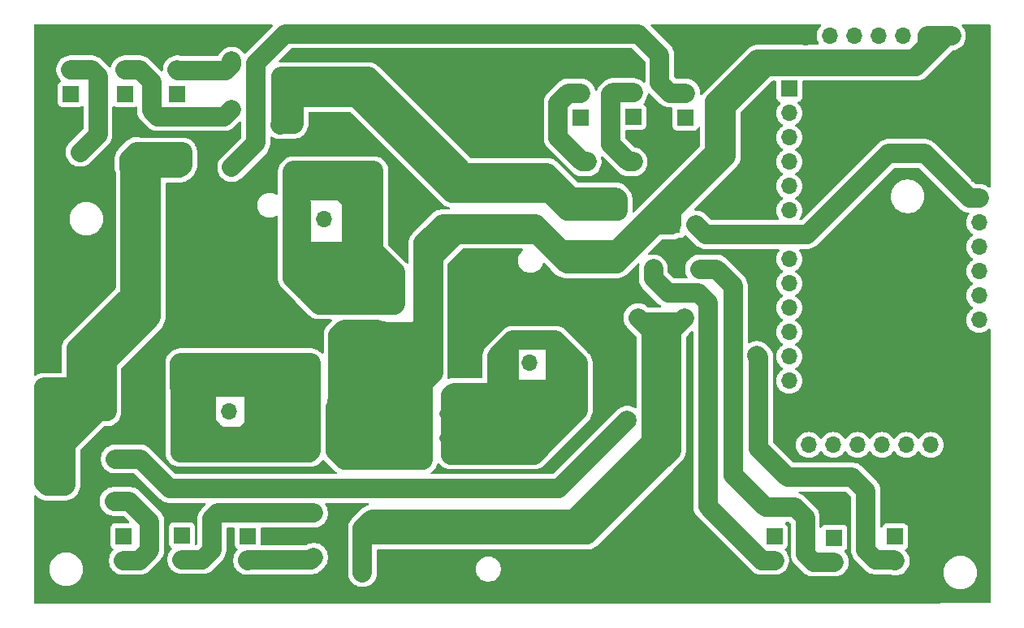
<source format=gbr>
%TF.GenerationSoftware,KiCad,Pcbnew,8.0.2*%
%TF.CreationDate,2024-07-21T17:00:07+02:00*%
%TF.ProjectId,CzlapCzlapBOT,437a6c61-7043-47a6-9c61-70424f542e6b,rev?*%
%TF.SameCoordinates,Original*%
%TF.FileFunction,Copper,L1,Top*%
%TF.FilePolarity,Positive*%
%FSLAX46Y46*%
G04 Gerber Fmt 4.6, Leading zero omitted, Abs format (unit mm)*
G04 Created by KiCad (PCBNEW 8.0.2) date 2024-07-21 17:00:07*
%MOMM*%
%LPD*%
G01*
G04 APERTURE LIST*
%TA.AperFunction,Conductor*%
%ADD10C,0.200000*%
%TD*%
%TA.AperFunction,ComponentPad*%
%ADD11C,1.270000*%
%TD*%
%TA.AperFunction,ComponentPad*%
%ADD12O,1.700000X1.700000*%
%TD*%
%TA.AperFunction,ComponentPad*%
%ADD13R,1.700000X1.700000*%
%TD*%
%TA.AperFunction,ComponentPad*%
%ADD14C,3.100000*%
%TD*%
%TA.AperFunction,ConnectorPad*%
%ADD15C,4.700000*%
%TD*%
%TA.AperFunction,ViaPad*%
%ADD16C,1.000000*%
%TD*%
%TA.AperFunction,ViaPad*%
%ADD17C,2.000000*%
%TD*%
%TA.AperFunction,Conductor*%
%ADD18C,2.000000*%
%TD*%
%TA.AperFunction,Conductor*%
%ADD19C,1.000000*%
%TD*%
G04 APERTURE END LIST*
%TO.N,Net-(J8-Pin_3)*%
D10*
X59463220Y-141478910D02*
X66141600Y-141478910D01*
X66141600Y-151433890D01*
X59463220Y-151433890D01*
X59463220Y-141478910D01*
%TA.AperFunction,Conductor*%
G36*
X59463220Y-141478910D02*
G01*
X66141600Y-141478910D01*
X66141600Y-151433890D01*
X59463220Y-151433890D01*
X59463220Y-141478910D01*
G37*
%TD.AperFunction*%
%TO.N,+BATT*%
X69392800Y-138531600D02*
X78486000Y-138531600D01*
X78486000Y-151841200D01*
X69392800Y-151841200D01*
X69392800Y-138531600D01*
%TA.AperFunction,Conductor*%
G36*
X69392800Y-138531600D02*
G01*
X78486000Y-138531600D01*
X78486000Y-151841200D01*
X69392800Y-151841200D01*
X69392800Y-138531600D01*
G37*
%TD.AperFunction*%
%TD*%
D11*
%TO.P,F3,1*%
%TO.N,7V5_A*%
X63195200Y-112064800D03*
%TO.P,F3,2*%
%TO.N,Net-(F_A1-+)*%
X58095200Y-110464800D03*
%TD*%
D12*
%TO.P,U6,1,+VOUT*%
%TO.N,7V5_C*%
X45085400Y-147024400D03*
D13*
X45085400Y-144484400D03*
D12*
%TO.P,U6,2,COM*%
%TO.N,GND*%
X47625400Y-147024400D03*
X47625400Y-144484400D03*
%TO.P,U6,3,-VIN*%
X50165400Y-147024400D03*
X50165400Y-144484400D03*
%TO.P,U6,4,+VIN*%
%TO.N,Net-(J8-Pin_3)*%
X52705400Y-147024400D03*
X52705400Y-144484400D03*
%TO.P,U6,5,EN*%
%TO.N,DCDC_EN*%
X57787400Y-147024400D03*
%TD*%
D11*
%TO.P,F11,1*%
%TO.N,7V5_B*%
X71729600Y-159207200D03*
%TO.P,F11,2*%
%TO.N,Net-(M_D1-+)*%
X66629600Y-157607200D03*
%TD*%
D14*
%TO.P,+1,1,1*%
%TO.N,+BATT*%
X73710800Y-143459200D03*
D15*
X73710800Y-143459200D03*
%TD*%
D13*
%TO.P,J21,1,Pin_1*%
%TO.N,GND*%
X117881400Y-107823000D03*
D12*
%TO.P,J21,2,Pin_2*%
%TO.N,DCDC_EN*%
X120421400Y-107823000D03*
%TO.P,J21,3,Pin_3*%
%TO.N,~{RST}*%
X122961400Y-107823000D03*
%TO.P,J21,4,Pin_4*%
%TO.N,RX_H*%
X125501400Y-107823000D03*
%TO.P,J21,5,Pin_5*%
%TO.N,TX_H*%
X128041400Y-107823000D03*
%TO.P,J21,6,Pin_6*%
%TO.N,+BATT*%
X130581400Y-107823000D03*
%TO.P,J21,7,Pin_7*%
X133121400Y-107823000D03*
%TO.P,J21,8,Pin_8*%
%TO.N,GND*%
X135661400Y-107823000D03*
%TD*%
D11*
%TO.P,F9,1*%
%TO.N,7V5_A*%
X93548200Y-126060200D03*
%TO.P,F9,2*%
%TO.N,Net-(F_B1-+)*%
X95148200Y-120960200D03*
%TD*%
D13*
%TO.P,M_D1,1,PWM*%
%TO.N,PWM10*%
X52882800Y-159918400D03*
D12*
%TO.P,M_D1,2,+*%
%TO.N,Net-(M_D1-+)*%
X52882800Y-162458400D03*
%TO.P,M_D1,3,-*%
%TO.N,GND*%
X52882800Y-164998400D03*
%TD*%
D11*
%TO.P,F4,1*%
%TO.N,7V5_C*%
X40843200Y-150368000D03*
%TO.P,F4,2*%
%TO.N,Net-(S_C1-+)*%
X45943200Y-151968000D03*
%TD*%
D13*
%TO.P,S_B1,1,PWM*%
%TO.N,PWM3*%
X105410000Y-116332000D03*
D12*
%TO.P,S_B1,2,+*%
%TO.N,Net-(S_B1-+)*%
X105410000Y-113792000D03*
%TO.P,S_B1,3,-*%
%TO.N,GND*%
X105410000Y-111252000D03*
%TD*%
D13*
%TO.P,U8,1,GND*%
%TO.N,GND*%
X136022878Y-122228574D03*
D12*
%TO.P,U8,2,VIN*%
%TO.N,Net-(JUMPER1-Pin_2)*%
X136022878Y-124768574D03*
%TO.P,U8,3,RX*%
%TO.N,TX_H*%
X136022878Y-127308574D03*
%TO.P,U8,4,TX*%
%TO.N,RX_H*%
X136022878Y-129848574D03*
%TO.P,U8,5,~{RST}*%
%TO.N,~{RST}*%
X136022878Y-132388574D03*
%TO.P,U8,6,ERR*%
%TO.N,unconnected-(U8-ERR-Pad6)*%
X136022878Y-134928574D03*
%TO.P,U8,7,TXIN*%
%TO.N,unconnected-(U8-TXIN-Pad7)*%
X136022878Y-137468574D03*
D13*
%TO.P,U8,8,~{OUT0}*%
%TO.N,PWM0*%
X116210878Y-113338574D03*
D12*
%TO.P,U8,9,~{OUT1}*%
%TO.N,PWM1*%
X116210878Y-115878574D03*
%TO.P,U8,10,~{OUT2}*%
%TO.N,PWM2*%
X116210878Y-118418574D03*
%TO.P,U8,11,~{OUT3}*%
%TO.N,PWM3*%
X116210878Y-120958574D03*
%TO.P,U8,12,~{OUT4}*%
%TO.N,PWM4*%
X116210878Y-123498574D03*
%TO.P,U8,13,~{OUT5}*%
%TO.N,PWM5*%
X116210878Y-126038574D03*
%TO.P,U8,14,~{OUT6}*%
%TO.N,PWM6*%
X116210878Y-131118574D03*
%TO.P,U8,15,~{OUT7}*%
%TO.N,PWM7*%
X116210878Y-133658574D03*
%TO.P,U8,16,~{OUT8}*%
%TO.N,PWM8*%
X116210878Y-136198574D03*
%TO.P,U8,17,~{OUT9}*%
%TO.N,PWM9*%
X116210878Y-138738574D03*
%TO.P,U8,18,~{OUT10}*%
%TO.N,PWM10*%
X116210878Y-141278574D03*
%TO.P,U8,19,~{OUT11}*%
%TO.N,PWM11*%
X116210878Y-143818574D03*
%TO.P,U8,20,~{OUT12}*%
%TO.N,unconnected-(U8-~{OUT12}-Pad20)*%
X118268278Y-150498774D03*
%TO.P,U8,21,~{OUT13}*%
%TO.N,unconnected-(U8-~{OUT13}-Pad21)*%
X120808278Y-150498774D03*
%TO.P,U8,22,~{OUT14}*%
%TO.N,unconnected-(U8-~{OUT14}-Pad22)*%
X123348278Y-150498774D03*
%TO.P,U8,23,~{OUT15}*%
%TO.N,unconnected-(U8-~{OUT15}-Pad23)*%
X125888278Y-150498774D03*
%TO.P,U8,24,~{OUT16}*%
%TO.N,unconnected-(U8-~{OUT16}-Pad24)*%
X128428278Y-150498774D03*
%TO.P,U8,25,~{OUT17}*%
%TO.N,unconnected-(U8-~{OUT17}-Pad25)*%
X130968278Y-150498774D03*
%TD*%
D13*
%TO.P,M_A1,1,PWM*%
%TO.N,PWM1*%
X46990000Y-113893600D03*
D12*
%TO.P,M_A1,2,+*%
%TO.N,Net-(M_A1-+)*%
X46990000Y-111353600D03*
%TO.P,M_A1,3,-*%
%TO.N,GND*%
X46990000Y-108813600D03*
%TD*%
D11*
%TO.P,F6,1*%
%TO.N,7V5_B*%
X100457000Y-137236200D03*
%TO.P,F6,2*%
%TO.N,Net-(F_C1-+)*%
X102057000Y-132136200D03*
%TD*%
D13*
%TO.P,M_B1,1,PWM*%
%TO.N,PWM4*%
X99974400Y-116281200D03*
D12*
%TO.P,M_B1,2,+*%
%TO.N,Net-(M_B1-+)*%
X99974400Y-113741200D03*
%TO.P,M_B1,3,-*%
%TO.N,GND*%
X99974400Y-111201200D03*
%TD*%
D13*
%TO.P,F_D1,1,PWM*%
%TO.N,PWM9*%
X59740800Y-160020000D03*
D12*
%TO.P,F_D1,2,+*%
%TO.N,Net-(F_D1-+)*%
X59740800Y-162560000D03*
%TO.P,F_D1,3,-*%
%TO.N,GND*%
X59740800Y-165100000D03*
%TD*%
D13*
%TO.P,F_A1,1,PWM*%
%TO.N,PWM0*%
X52425600Y-113893600D03*
D12*
%TO.P,F_A1,2,+*%
%TO.N,Net-(F_A1-+)*%
X52425600Y-111353600D03*
%TO.P,F_A1,3,-*%
%TO.N,GND*%
X52425600Y-108813600D03*
%TD*%
D13*
%TO.P,M_C1,1,PWM*%
%TO.N,PWM7*%
X120906404Y-160187165D03*
D12*
%TO.P,M_C1,2,+*%
%TO.N,Net-(M_C1-+)*%
X120906404Y-162727165D03*
%TO.P,M_C1,3,-*%
%TO.N,GND*%
X120906404Y-165267165D03*
%TD*%
D13*
%TO.P,F_C1,1,PWM*%
%TO.N,PWM8*%
X114706400Y-160020000D03*
D12*
%TO.P,F_C1,2,+*%
%TO.N,Net-(F_C1-+)*%
X114706400Y-162560000D03*
%TO.P,F_C1,3,-*%
%TO.N,GND*%
X114706400Y-165100000D03*
%TD*%
D13*
%TO.P,S_A1,1,PWM*%
%TO.N,PWM2*%
X41300400Y-113893600D03*
D12*
%TO.P,S_A1,2,+*%
%TO.N,Net-(S_A1-+)*%
X41300400Y-111353600D03*
%TO.P,S_A1,3,-*%
%TO.N,GND*%
X41300400Y-108813600D03*
%TD*%
D13*
%TO.P,11v1_1,1,Pin_1*%
%TO.N,+BATT*%
X95046800Y-131597400D03*
D12*
%TO.P,11v1_1,2,Pin_2*%
%TO.N,GND*%
X95046800Y-134137400D03*
%TD*%
D11*
%TO.P,F12,1*%
%TO.N,7V5_B*%
X71729600Y-163830000D03*
%TO.P,F12,2*%
%TO.N,Net-(F_D1-+)*%
X66629600Y-162230000D03*
%TD*%
D13*
%TO.P,JUMPER1,1,Pin_1*%
%TO.N,+BATT*%
X103982600Y-127558800D03*
D12*
%TO.P,JUMPER1,2,Pin_2*%
%TO.N,Net-(JUMPER1-Pin_2)*%
X106522600Y-127558800D03*
%TD*%
D13*
%TO.P,S_D1,1,PWM*%
%TO.N,PWM11*%
X46786800Y-160020000D03*
D12*
%TO.P,S_D1,2,+*%
%TO.N,Net-(S_D1-+)*%
X46786800Y-162560000D03*
%TO.P,S_D1,3,-*%
%TO.N,GND*%
X46786800Y-165100000D03*
%TD*%
D14*
%TO.P,-1,1,1*%
%TO.N,GND*%
X84201000Y-136575800D03*
D15*
X84201000Y-136575800D03*
%TD*%
D11*
%TO.P,F8,1*%
%TO.N,7V5_A*%
X98348800Y-126060200D03*
%TO.P,F8,2*%
%TO.N,Net-(M_B1-+)*%
X99948800Y-120960200D03*
%TD*%
D13*
%TO.P,J6,1,Pin_1*%
%TO.N,+BATT*%
X73304400Y-138430000D03*
D12*
%TO.P,J6,2,Pin_2*%
X70764400Y-138430000D03*
%TO.P,J6,3,Pin_3*%
%TO.N,Net-(J6-Pin_3)*%
X73304400Y-135890000D03*
%TO.P,J6,4,Pin_4*%
X70764400Y-135890000D03*
%TD*%
%TO.P,U5,1,+VOUT*%
%TO.N,7V5_B*%
X101828200Y-141936200D03*
D13*
X101828200Y-144476200D03*
D12*
%TO.P,U5,2,COM*%
%TO.N,GND*%
X99288200Y-141936200D03*
X99288200Y-144476200D03*
%TO.P,U5,3,-VIN*%
X96748200Y-141936200D03*
X96748200Y-144476200D03*
%TO.P,U5,4,+VIN*%
%TO.N,Net-(J7-Pin_3)*%
X94208200Y-141936200D03*
X94208200Y-144476200D03*
%TO.P,U5,5,EN*%
%TO.N,DCDC_EN*%
X89126200Y-141936200D03*
%TD*%
D13*
%TO.P,J8,1,Pin_1*%
%TO.N,+BATT*%
X68884800Y-146583400D03*
D12*
%TO.P,J8,2,Pin_2*%
X68884800Y-149123400D03*
%TO.P,J8,3,Pin_3*%
%TO.N,Net-(J8-Pin_3)*%
X66344800Y-146583400D03*
%TO.P,J8,4,Pin_4*%
X66344800Y-149123400D03*
%TD*%
D11*
%TO.P,F10,1*%
%TO.N,7V5_C*%
X40741600Y-154787600D03*
%TO.P,F10,2*%
%TO.N,Net-(S_D1-+)*%
X45841600Y-156387600D03*
%TD*%
%TO.P,F7,1*%
%TO.N,7V5_C*%
X52984400Y-119938800D03*
%TO.P,F7,2*%
%TO.N,Net-(S_B1-+)*%
X58084400Y-121538800D03*
%TD*%
%TO.P,F5,1*%
%TO.N,7V5_B*%
X105283000Y-137261600D03*
%TO.P,F5,2*%
%TO.N,Net-(M_C1-+)*%
X106883000Y-132161600D03*
%TD*%
%TO.P,F2,1*%
%TO.N,7V5_A*%
X63144400Y-117094000D03*
%TO.P,F2,2*%
%TO.N,Net-(M_A1-+)*%
X58044400Y-115494000D03*
%TD*%
%TO.P,F1,1*%
%TO.N,7V5_C*%
X47396400Y-121564400D03*
%TO.P,F1,2*%
%TO.N,Net-(S_A1-+)*%
X42296400Y-119964400D03*
%TD*%
D13*
%TO.P,J7,1,Pin_1*%
%TO.N,+BATT*%
X78079600Y-149758400D03*
D12*
%TO.P,J7,2,Pin_2*%
X78079600Y-147218400D03*
%TO.P,J7,3,Pin_3*%
%TO.N,Net-(J7-Pin_3)*%
X80619600Y-149758400D03*
%TO.P,J7,4,Pin_4*%
X80619600Y-147218400D03*
%TD*%
D13*
%TO.P,F_B1,1,PWM*%
%TO.N,PWM5*%
X94488000Y-116332000D03*
D12*
%TO.P,F_B1,2,+*%
%TO.N,Net-(F_B1-+)*%
X94488000Y-113792000D03*
%TO.P,F_B1,3,-*%
%TO.N,GND*%
X94488000Y-111252000D03*
%TD*%
%TO.P,U4,1,+VOUT*%
%TO.N,7V5_A*%
X67717400Y-114275000D03*
D13*
X70257400Y-114275000D03*
D12*
%TO.P,U4,2,COM*%
%TO.N,GND*%
X67717400Y-116815000D03*
X70257400Y-116815000D03*
%TO.P,U4,3,-VIN*%
X67717400Y-119355000D03*
X70257400Y-119355000D03*
%TO.P,U4,4,+VIN*%
%TO.N,Net-(J6-Pin_3)*%
X67717400Y-121895000D03*
X70257400Y-121895000D03*
%TO.P,U4,5,EN*%
%TO.N,DCDC_EN*%
X67717400Y-126977000D03*
%TD*%
D13*
%TO.P,S_C1,1,PWM*%
%TO.N,PWM6*%
X127254000Y-160070800D03*
D12*
%TO.P,S_C1,2,+*%
%TO.N,Net-(S_C1-+)*%
X127254000Y-162610800D03*
%TO.P,S_C1,3,-*%
%TO.N,GND*%
X127254000Y-165150800D03*
%TD*%
D16*
%TO.N,GND*%
X112547400Y-125018800D03*
D17*
X127457200Y-114884200D03*
X119075200Y-115138200D03*
X132994400Y-127050800D03*
%TO.N,Net-(S_C1-+)*%
X112852200Y-141173200D03*
X99328200Y-147929600D03*
%TD*%
D18*
%TO.N,+BATT*%
X69189600Y-139039600D02*
X69799200Y-138430000D01*
X92994400Y-131541600D02*
X92857400Y-131541600D01*
X70764400Y-138430000D02*
X73304400Y-138430000D01*
X68884800Y-149123400D02*
X68884800Y-146583400D01*
X78079600Y-147218400D02*
X78079600Y-144094200D01*
X78079600Y-152044400D02*
X69799200Y-152044400D01*
X72893000Y-149103000D02*
X72893000Y-151439800D01*
X130581400Y-108839000D02*
X129159000Y-110261400D01*
X72893000Y-151439800D02*
X71069200Y-151439800D01*
X94991000Y-131541600D02*
X95046800Y-131597400D01*
X78079600Y-147218400D02*
X78079600Y-149758400D01*
X73304400Y-138430000D02*
X73563400Y-138689000D01*
X103982600Y-124414200D02*
X103982600Y-127558800D01*
X73304400Y-138430000D02*
X73304400Y-141269800D01*
X80035400Y-127431800D02*
X89789000Y-127431800D01*
X81534000Y-128524000D02*
X89966800Y-128524000D01*
X73563400Y-138689000D02*
X77312600Y-138689000D01*
X72745600Y-144322800D02*
X72893000Y-144470200D01*
X78079600Y-144094200D02*
X79121000Y-143052800D01*
X73152000Y-141422200D02*
X75443000Y-141422200D01*
X77312600Y-138689000D02*
X78054200Y-137947400D01*
X78054200Y-129413000D02*
X78943200Y-128524000D01*
X129473226Y-110988574D02*
X113860878Y-110988574D01*
X72893000Y-146563000D02*
X72893000Y-149103000D01*
X108458000Y-114681000D02*
X108458000Y-119913400D01*
X89789000Y-127431800D02*
X92532200Y-130175000D01*
X69799200Y-138430000D02*
X70764400Y-138430000D01*
X113860878Y-110988574D02*
X109651800Y-115197652D01*
X77959800Y-147098600D02*
X77959800Y-145966600D01*
X78054200Y-137947400D02*
X78054200Y-129413000D01*
X79121000Y-143052800D02*
X79121000Y-130937000D01*
X103982600Y-127558800D02*
X102311200Y-127558800D01*
X69189600Y-146278600D02*
X69189600Y-139039600D01*
X130581400Y-107823000D02*
X132638800Y-107823000D01*
X98272600Y-131597400D02*
X95046800Y-131597400D01*
X73304400Y-141269800D02*
X73152000Y-141422200D01*
X71069200Y-151439800D02*
X71069200Y-144475200D01*
X79121000Y-130937000D02*
X81534000Y-128524000D01*
X78079600Y-147218400D02*
X77959800Y-147098600D01*
X89966800Y-128524000D02*
X89966800Y-128651000D01*
X92532200Y-130175000D02*
X98221800Y-130175000D01*
X132638800Y-107823000D02*
X129473226Y-110988574D01*
X129159000Y-110261400D02*
X112877600Y-110261400D01*
X71069200Y-144475200D02*
X71221600Y-144322800D01*
X95046800Y-131597400D02*
X93050200Y-131597400D01*
X78943200Y-128524000D02*
X80035400Y-127431800D01*
X68884800Y-146583400D02*
X69189600Y-146278600D01*
X103982600Y-124388800D02*
X103982600Y-124414200D01*
X132638800Y-107823000D02*
X133121400Y-107823000D01*
X71221600Y-144322800D02*
X72745600Y-144322800D01*
X71145400Y-144322800D02*
X71221600Y-144322800D01*
X108458000Y-119913400D02*
X103982600Y-124388800D01*
X109651800Y-120421400D02*
X103982600Y-126090600D01*
X92857400Y-131541600D02*
X94991000Y-131541600D01*
X78079600Y-149758400D02*
X78079600Y-152044400D01*
X112877600Y-110261400D02*
X108458000Y-114681000D01*
X68884800Y-146583400D02*
X71145400Y-144322800D01*
X109651800Y-115197652D02*
X109651800Y-120421400D01*
X69799200Y-152044400D02*
X68884800Y-151130000D01*
X130581400Y-107823000D02*
X130581400Y-108839000D01*
X72893000Y-144470200D02*
X72893000Y-146563000D01*
X78943200Y-128524000D02*
X81534000Y-128524000D01*
X93050200Y-131597400D02*
X92994400Y-131541600D01*
X68884800Y-151130000D02*
X68884800Y-149123400D01*
X102311200Y-127558800D02*
X98272600Y-131597400D01*
X98221800Y-130175000D02*
X103982600Y-124414200D01*
X89966800Y-128651000D02*
X92857400Y-131541600D01*
X103982600Y-126090600D02*
X103982600Y-127558800D01*
%TO.N,7V5_C*%
X47508000Y-135372000D02*
X46898400Y-135372000D01*
X42976800Y-148234400D02*
X41909000Y-147166600D01*
X45085400Y-144484400D02*
X45085400Y-147024400D01*
X48157000Y-119886600D02*
X48157000Y-134974200D01*
X40132000Y-149758400D02*
X40792400Y-150418800D01*
X42976800Y-148234400D02*
X40843200Y-150368000D01*
X48209200Y-119938800D02*
X48157000Y-119886600D01*
X45085400Y-144484400D02*
X45085400Y-141807800D01*
X40132000Y-144484400D02*
X40132000Y-149758400D01*
X48920400Y-135737600D02*
X49682400Y-136499600D01*
X39573200Y-150317200D02*
X40132000Y-149758400D01*
X40843200Y-150368000D02*
X40843200Y-147318000D01*
X40132000Y-144484400D02*
X45085400Y-144484400D01*
X43434000Y-141224000D02*
X48920400Y-135737600D01*
X40741600Y-154787600D02*
X40792400Y-154736800D01*
X50292000Y-119938800D02*
X48209200Y-119938800D01*
X43434000Y-146252200D02*
X44313200Y-146252200D01*
X46898400Y-135372000D02*
X41909000Y-140361400D01*
X48157000Y-134974200D02*
X48920400Y-135737600D01*
X49682400Y-121615200D02*
X49682400Y-120548400D01*
X44186800Y-147024400D02*
X42976800Y-148234400D01*
X49682400Y-137210800D02*
X49682400Y-136499600D01*
X41909000Y-140361400D02*
X41909000Y-146252200D01*
X39573200Y-154787600D02*
X38811200Y-154787600D01*
X47396400Y-120647200D02*
X47396400Y-121564400D01*
X40741600Y-154787600D02*
X39573200Y-154787600D01*
X48157000Y-119886600D02*
X47396400Y-120647200D01*
X47396400Y-121564400D02*
X47508000Y-121676000D01*
X43434000Y-146252200D02*
X43434000Y-141224000D01*
X38476800Y-144526000D02*
X38518400Y-144484400D01*
X49682400Y-121615200D02*
X52679600Y-121615200D01*
X41909000Y-146252200D02*
X43434000Y-146252200D01*
X47508000Y-121676000D02*
X47508000Y-135372000D01*
X52984400Y-119938800D02*
X50292000Y-119938800D01*
X39573200Y-154787600D02*
X39573200Y-150317200D01*
X49682400Y-120548400D02*
X50292000Y-119938800D01*
X41909000Y-147166600D02*
X41909000Y-146252200D01*
X45085400Y-147024400D02*
X44186800Y-147024400D01*
X40792400Y-154736800D02*
X40792400Y-150418800D01*
X52679600Y-121615200D02*
X52984400Y-121310400D01*
X40792400Y-150418800D02*
X40843200Y-150368000D01*
X38476800Y-154453200D02*
X38476800Y-144526000D01*
X49682400Y-136499600D02*
X49682400Y-121615200D01*
X45085400Y-141807800D02*
X49682400Y-137210800D01*
X38518400Y-144484400D02*
X40132000Y-144484400D01*
X40843200Y-147318000D02*
X41909000Y-146252200D01*
X44313200Y-146252200D02*
X45085400Y-147024400D01*
X52984400Y-121310400D02*
X52984400Y-119938800D01*
X38811200Y-154787600D02*
X38476800Y-154453200D01*
%TO.N,7V5_A*%
X82346800Y-122072400D02*
X89408000Y-122072400D01*
X64566800Y-117043200D02*
X64566800Y-114300800D01*
X63195200Y-113944400D02*
X64262000Y-113944400D01*
X93040200Y-126060200D02*
X89408000Y-122428000D01*
X63195200Y-112064800D02*
X69850000Y-112064800D01*
X69850000Y-112064800D02*
X81584800Y-123799600D01*
X64262000Y-113944400D02*
X64973200Y-113233200D01*
X93522800Y-126034800D02*
X93548200Y-126060200D01*
X72339200Y-112064800D02*
X82346800Y-122072400D01*
X71095000Y-114275000D02*
X70257400Y-114275000D01*
X63195200Y-117043200D02*
X64566800Y-117043200D01*
X89408000Y-122428000D02*
X89408000Y-122072400D01*
X93522800Y-124612400D02*
X93522800Y-126034800D01*
X93548200Y-126060200D02*
X98348800Y-126060200D01*
X91262200Y-124206000D02*
X81991200Y-124206000D01*
X64592600Y-114275000D02*
X70257400Y-114275000D01*
X67717400Y-114275000D02*
X70257400Y-114275000D01*
X64566800Y-114300800D02*
X64592600Y-114275000D01*
X64973200Y-113233200D02*
X69392800Y-113233200D01*
X89408000Y-122072400D02*
X90982800Y-122072400D01*
X81584800Y-123799600D02*
X81991200Y-124206000D01*
X90982800Y-122072400D02*
X93522800Y-124612400D01*
X63195200Y-112064800D02*
X63195200Y-113944400D01*
X63195200Y-117043200D02*
X63144400Y-117094000D01*
X93522800Y-124612400D02*
X98120200Y-124612400D01*
X81991200Y-124206000D02*
X81026000Y-124206000D01*
X64262000Y-113944400D02*
X64592600Y-114275000D01*
X89408000Y-122428000D02*
X82956400Y-122428000D01*
X93548200Y-126060200D02*
X93040200Y-126060200D01*
X63195200Y-113944400D02*
X63195200Y-117043200D01*
X93116400Y-126060200D02*
X91262200Y-124206000D01*
X98348800Y-124841000D02*
X98348800Y-126060200D01*
X68402200Y-112064800D02*
X72339200Y-112064800D01*
X82956400Y-122428000D02*
X81584800Y-123799600D01*
X81026000Y-124206000D02*
X71095000Y-114275000D01*
X93548200Y-126060200D02*
X93116400Y-126060200D01*
X98120200Y-124612400D02*
X98348800Y-124841000D01*
%TO.N,7V5_B*%
X93726000Y-158242000D02*
X101828200Y-150139800D01*
X103936800Y-138607800D02*
X104866600Y-137678000D01*
X95859600Y-159207200D02*
X102958900Y-152107900D01*
X101828200Y-141936200D02*
X101828200Y-144476200D01*
X100898800Y-137678000D02*
X100457000Y-137236200D01*
X102743000Y-151892000D02*
X101676200Y-151892000D01*
X102743000Y-137678000D02*
X100898800Y-137678000D01*
X94615000Y-158953200D02*
X94615000Y-159207200D01*
X105283000Y-137261600D02*
X104866600Y-137678000D01*
X102743000Y-151892000D02*
X102958900Y-152107900D01*
X101828200Y-150139800D02*
X101828200Y-144476200D01*
X71729600Y-159207200D02*
X72415400Y-159893000D01*
X104866600Y-137678000D02*
X102743000Y-137678000D01*
X101676200Y-151892000D02*
X94615000Y-158953200D01*
X72415400Y-159893000D02*
X95173800Y-159893000D01*
X71729600Y-159207200D02*
X72694800Y-158242000D01*
X102743000Y-137678000D02*
X102743000Y-151892000D01*
X71729600Y-163830000D02*
X71729600Y-159207200D01*
X72694800Y-158242000D02*
X93726000Y-158242000D01*
X94615000Y-159207200D02*
X95859600Y-159207200D01*
X103936800Y-151130000D02*
X103936800Y-138607800D01*
X100457000Y-137236200D02*
X101828200Y-138607400D01*
X102958900Y-152107900D02*
X103936800Y-151130000D01*
X101828200Y-138607400D02*
X101828200Y-141936200D01*
X95173800Y-159893000D02*
X95859600Y-159207200D01*
%TO.N,Net-(J7-Pin_3)*%
X80924400Y-147167600D02*
X89458800Y-147167600D01*
X89362200Y-149712600D02*
X90398600Y-150749000D01*
X87022200Y-143762200D02*
X86029800Y-144754600D01*
X89458800Y-147167600D02*
X90271600Y-146354800D01*
X94208200Y-146939400D02*
X94208200Y-144476200D01*
X87388200Y-139586200D02*
X85750400Y-141224000D01*
X85750400Y-141224000D02*
X85750400Y-145034000D01*
X89362200Y-149322200D02*
X89362200Y-149712600D01*
X81229200Y-145034000D02*
X82296000Y-146100800D01*
X91858200Y-142126200D02*
X91871800Y-142139800D01*
X94208200Y-143408400D02*
X94208200Y-145161400D01*
X87022200Y-139952200D02*
X87022200Y-143762200D01*
X94208200Y-141936200D02*
X94208200Y-143408400D01*
X87388200Y-139586200D02*
X87022200Y-139952200D01*
X85750400Y-145034000D02*
X81229200Y-145034000D01*
X86029800Y-144754600D02*
X85750400Y-145034000D01*
X81229200Y-145034000D02*
X80924400Y-145338800D01*
X94208200Y-144476200D02*
X89362200Y-149322200D01*
X91858200Y-139586200D02*
X87388200Y-139586200D01*
X80924400Y-148082000D02*
X80924400Y-149783800D01*
X91858200Y-139586200D02*
X91858200Y-142126200D01*
X94208200Y-143408400D02*
X94208200Y-144476200D01*
X90678000Y-148691600D02*
X80924400Y-148691600D01*
X91871800Y-144754600D02*
X86029800Y-144754600D01*
X89291000Y-149783800D02*
X89362200Y-149712600D01*
X91871800Y-144754600D02*
X89458800Y-147167600D01*
X90017600Y-146100800D02*
X90271600Y-146354800D01*
X80924400Y-149783800D02*
X80924400Y-151536400D01*
X80924400Y-147167600D02*
X80924400Y-148691600D01*
X94208200Y-145161400D02*
X90678000Y-148691600D01*
X90271600Y-146354800D02*
X93218000Y-143408400D01*
X80924400Y-151536400D02*
X89611200Y-151536400D01*
X80924400Y-149783800D02*
X89291000Y-149783800D01*
X89611200Y-151536400D02*
X90398600Y-150749000D01*
X94208200Y-141936200D02*
X91858200Y-139586200D01*
X91858200Y-142126200D02*
X94208200Y-144476200D01*
X90398600Y-150749000D02*
X94208200Y-146939400D01*
X93218000Y-143408400D02*
X94208200Y-143408400D01*
X80924400Y-145338800D02*
X80924400Y-147167600D01*
X82296000Y-146100800D02*
X90017600Y-146100800D01*
X91871800Y-142139800D02*
X91871800Y-144754600D01*
%TO.N,GND*%
X129336800Y-130708400D02*
X129336800Y-144453798D01*
X129336800Y-144453798D02*
X136212400Y-151329398D01*
X109068800Y-107593200D02*
X117651600Y-107593200D01*
X105410000Y-111252000D02*
X109068800Y-107593200D01*
X132994400Y-127050800D02*
X129336800Y-130708400D01*
X119329200Y-114884200D02*
X119075200Y-115138200D01*
X117651600Y-107593200D02*
X117881400Y-107823000D01*
X136212400Y-151329398D02*
X136212400Y-157716400D01*
X128778000Y-165150800D02*
X127254000Y-165150800D01*
X127457200Y-114884200D02*
X119329200Y-114884200D01*
X136212400Y-157716400D02*
X128778000Y-165150800D01*
%TO.N,Net-(J6-Pin_3)*%
X75158600Y-135839200D02*
X75158600Y-132461000D01*
X65367400Y-130002000D02*
X65367400Y-125234200D01*
X65667400Y-130302000D02*
X65367400Y-130002000D01*
X75158600Y-132461000D02*
X72898000Y-130200400D01*
X69538200Y-123945000D02*
X70848000Y-123945000D01*
X73360200Y-132994400D02*
X70967600Y-130601800D01*
X67717400Y-121895000D02*
X70257400Y-121895000D01*
X73304400Y-135890000D02*
X72694800Y-135280400D01*
X67716400Y-131724400D02*
X69494400Y-133502400D01*
X70612000Y-129946400D02*
X70612000Y-125018800D01*
X67467400Y-133853000D02*
X66654600Y-133853000D01*
X70764400Y-135890000D02*
X73304400Y-135890000D01*
X68376800Y-134213600D02*
X69494400Y-134213600D01*
X64515600Y-121895000D02*
X67717400Y-121895000D01*
X72141000Y-134213600D02*
X73360200Y-132994400D01*
X69900800Y-130657600D02*
X70612000Y-129946400D01*
X64414400Y-121996200D02*
X64515600Y-121895000D01*
X70612000Y-125018800D02*
X70358000Y-124764800D01*
X70764400Y-135890000D02*
X70764400Y-135483600D01*
X65913000Y-134594600D02*
X64414400Y-133096000D01*
X72694800Y-134518400D02*
X69900800Y-131724400D01*
X69545200Y-130302000D02*
X69900800Y-130657600D01*
X67717400Y-121895000D02*
X65667400Y-123945000D01*
X70764400Y-135483600D02*
X69133800Y-133853000D01*
X69900800Y-131724400D02*
X67716400Y-131724400D01*
X65667400Y-130302000D02*
X65667400Y-131504200D01*
X70358000Y-124764800D02*
X69799200Y-124206000D01*
X69900800Y-131724400D02*
X69900800Y-130657600D01*
X66167000Y-132003800D02*
X65913000Y-132257800D01*
X71729600Y-123367200D02*
X71729600Y-124460000D01*
X70612000Y-129946400D02*
X70967600Y-129590800D01*
X69538200Y-123945000D02*
X69799200Y-124206000D01*
X65913000Y-132257800D02*
X65913000Y-134594600D01*
X67717400Y-122427000D02*
X67717400Y-121895000D01*
X70967600Y-125374400D02*
X70358000Y-124764800D01*
X70848000Y-123945000D02*
X72898000Y-121895000D01*
X72898000Y-121895000D02*
X70257400Y-121895000D01*
X69494400Y-134213600D02*
X71424800Y-134213600D01*
X73304400Y-135890000D02*
X75107800Y-135890000D01*
X69799200Y-124206000D02*
X68020200Y-122427000D01*
X64414400Y-133096000D02*
X64414400Y-121996200D01*
X70967600Y-130601800D02*
X70967600Y-125374400D01*
X71424800Y-134213600D02*
X72141000Y-134213600D01*
X70764400Y-135890000D02*
X67208400Y-135890000D01*
X75107800Y-135890000D02*
X75158600Y-135839200D01*
X69133800Y-133853000D02*
X67467400Y-133853000D01*
X70257400Y-121895000D02*
X71729600Y-123367200D01*
X73304400Y-135890000D02*
X73360200Y-135834200D01*
X72694800Y-135280400D02*
X72694800Y-134518400D01*
X69494400Y-133502400D02*
X69494400Y-134213600D01*
X70967600Y-125374400D02*
X69799200Y-124206000D01*
X65667400Y-130302000D02*
X69545200Y-130302000D01*
X66654600Y-133853000D02*
X65913000Y-134594600D01*
X67741800Y-133578600D02*
X68376800Y-134213600D01*
X73101200Y-135890000D02*
X73304400Y-135890000D01*
X65667400Y-123945000D02*
X69538200Y-123945000D01*
X65667400Y-131504200D02*
X66167000Y-132003800D01*
X67467400Y-133853000D02*
X67741800Y-133578600D01*
X70967600Y-129590800D02*
X70967600Y-125374400D01*
X72898000Y-130200400D02*
X72898000Y-121895000D01*
X66167000Y-132003800D02*
X67741800Y-133578600D01*
X71424800Y-134213600D02*
X73101200Y-135890000D01*
X67208400Y-135890000D02*
X65913000Y-134594600D01*
X73360200Y-135834200D02*
X73360200Y-132994400D01*
%TO.N,Net-(J8-Pin_3)*%
X64389000Y-150088600D02*
X57226200Y-150088600D01*
X52679600Y-141986000D02*
X52679600Y-144458600D01*
X55143400Y-150901400D02*
X52705400Y-148463400D01*
X66344800Y-149402800D02*
X65278000Y-150469600D01*
X56235600Y-149098000D02*
X55143400Y-150190200D01*
X55422800Y-144118600D02*
X55422800Y-149098000D01*
X54508400Y-143712200D02*
X55829200Y-143712200D01*
X52705400Y-148463400D02*
X52705400Y-151282400D01*
X52705400Y-144881600D02*
X52705400Y-146380600D01*
X54508400Y-143712200D02*
X53477600Y-143712200D01*
X55422800Y-149098000D02*
X56235600Y-149098000D01*
X66344800Y-149123400D02*
X66344800Y-151155400D01*
D19*
X62865910Y-146558000D02*
X61671200Y-146558000D01*
D18*
X52705400Y-144881600D02*
X52705400Y-144484400D01*
X66344800Y-149123400D02*
X66344800Y-149402800D01*
X52705400Y-146380600D02*
X55422800Y-149098000D01*
X55829200Y-143712200D02*
X60058210Y-143712200D01*
X66344800Y-141935200D02*
X52730400Y-141935200D01*
X60058210Y-143712200D02*
X62802410Y-146456400D01*
X53477600Y-143712200D02*
X52705400Y-144484400D01*
X66344800Y-146583400D02*
X64245800Y-144484400D01*
X57607200Y-150469600D02*
X56235600Y-149098000D01*
X65278000Y-151282400D02*
X55524400Y-151282400D01*
X66217800Y-151282400D02*
X65278000Y-151282400D01*
D19*
X59131200Y-149098000D02*
X56235600Y-149098000D01*
D18*
X55524400Y-151282400D02*
X55143400Y-150901400D01*
X52730400Y-141935200D02*
X52679600Y-141986000D01*
X55422800Y-149098000D02*
X56413400Y-150088600D01*
X65278000Y-150469600D02*
X65278000Y-151282400D01*
X56235600Y-149098000D02*
X54508400Y-147370800D01*
X52705400Y-151282400D02*
X55524400Y-151282400D01*
X55143400Y-150190200D02*
X55143400Y-150901400D01*
X54508400Y-147370800D02*
X54508400Y-143712200D01*
X55829200Y-143712200D02*
X55422800Y-144118600D01*
X65278000Y-150469600D02*
X57607200Y-150469600D01*
X52705400Y-147024400D02*
X52705400Y-148463400D01*
X66344800Y-151155400D02*
X66217800Y-151282400D01*
X57226200Y-150088600D02*
X56235600Y-149098000D01*
X66344800Y-149123400D02*
X66344800Y-141935200D01*
D19*
X61671200Y-146558000D02*
X59131200Y-149098000D01*
D18*
X52705400Y-147024400D02*
X52705400Y-144881600D01*
X56413400Y-150088600D02*
X65379600Y-150088600D01*
X65379600Y-150088600D02*
X66344800Y-149123400D01*
X52679600Y-144458600D02*
X52705400Y-144484400D01*
X64245800Y-144484400D02*
X52705400Y-144484400D01*
%TO.N,Net-(S_A1-+)*%
X44145200Y-118115600D02*
X44145200Y-112038400D01*
X42296400Y-119964400D02*
X44145200Y-118115600D01*
X43460400Y-111353600D02*
X41300400Y-111353600D01*
X44145200Y-112038400D02*
X43460400Y-111353600D01*
%TO.N,Net-(S_B1-+)*%
X102717600Y-112725200D02*
X102717600Y-109829600D01*
X102717600Y-109829600D02*
X100481200Y-107593200D01*
X60604400Y-110667800D02*
X60604400Y-119018800D01*
X105410000Y-113792000D02*
X103784400Y-113792000D01*
X103784400Y-113792000D02*
X102717600Y-112725200D01*
X63679000Y-107593200D02*
X60604400Y-110667800D01*
X100481200Y-107593200D02*
X63679000Y-107593200D01*
X60604400Y-119018800D02*
X58084400Y-121538800D01*
%TO.N,Net-(S_C1-+)*%
X127152400Y-162509200D02*
X127254000Y-162610800D01*
X92216200Y-155041600D02*
X51612800Y-155041600D01*
X125196600Y-162509200D02*
X127152400Y-162509200D01*
X113030000Y-141351000D02*
X113030000Y-150858914D01*
X124206000Y-161518600D02*
X125196600Y-162509200D01*
X116018886Y-153847800D02*
X122758200Y-153847800D01*
X124206000Y-155295600D02*
X124206000Y-161518600D01*
X122758200Y-153847800D02*
X124206000Y-155295600D01*
X48539200Y-151968000D02*
X45943200Y-151968000D01*
X51612800Y-155041600D02*
X48539200Y-151968000D01*
X113030000Y-150858914D02*
X116018886Y-153847800D01*
X99328200Y-147929600D02*
X92216200Y-155041600D01*
X112852200Y-141173200D02*
X113030000Y-141351000D01*
%TO.N,Net-(S_D1-+)*%
X49530000Y-158484600D02*
X49530000Y-161483800D01*
X49530000Y-161483800D02*
X48453800Y-162560000D01*
X48453800Y-162560000D02*
X46786800Y-162560000D01*
X45841600Y-156387600D02*
X47433000Y-156387600D01*
X47433000Y-156387600D02*
X49530000Y-158484600D01*
%TO.N,Net-(M_A1-+)*%
X50381400Y-116243600D02*
X49733200Y-115595400D01*
X48488600Y-111353600D02*
X46990000Y-111353600D01*
X49733200Y-112598200D02*
X48488600Y-111353600D01*
X57294800Y-116243600D02*
X50381400Y-116243600D01*
X49733200Y-115595400D02*
X49733200Y-112598200D01*
X58044400Y-115494000D02*
X57294800Y-116243600D01*
%TO.N,Net-(F_A1-+)*%
X58095200Y-110464800D02*
X58095200Y-110814800D01*
X58095200Y-110814800D02*
X57484800Y-111425200D01*
X57484800Y-111425200D02*
X52497200Y-111425200D01*
X52497200Y-111425200D02*
X52425600Y-111353600D01*
%TO.N,Net-(M_C1-+)*%
X110388400Y-153670000D02*
X113741200Y-157022800D01*
X108641200Y-132161600D02*
X110388400Y-133908800D01*
X117881400Y-161862161D02*
X118746404Y-162727165D01*
X118746404Y-162727165D02*
X120906404Y-162727165D01*
X113741200Y-157022800D02*
X116840000Y-157022800D01*
X110388400Y-133908800D02*
X110388400Y-153670000D01*
X116840000Y-157022800D02*
X117881400Y-158064200D01*
X106883000Y-132161600D02*
X108641200Y-132161600D01*
X117881400Y-158064200D02*
X117881400Y-161862161D01*
%TO.N,Net-(F_C1-+)*%
X103581200Y-134645400D02*
X106730800Y-134645400D01*
X102057000Y-133121200D02*
X103581200Y-134645400D01*
X107721400Y-156895800D02*
X113385600Y-162560000D01*
X107721400Y-135636000D02*
X107721400Y-156895800D01*
X113385600Y-162560000D02*
X114706400Y-162560000D01*
X106730800Y-134645400D02*
X107721400Y-135636000D01*
X102057000Y-132136200D02*
X102057000Y-133121200D01*
%TO.N,Net-(M_B1-+)*%
X99469000Y-120960200D02*
X97624400Y-119115600D01*
X97814400Y-113741200D02*
X99974400Y-113741200D01*
X97624400Y-113931200D02*
X97814400Y-113741200D01*
X97624400Y-119115600D02*
X97624400Y-113931200D01*
X99948800Y-120960200D02*
X99469000Y-120960200D01*
%TO.N,Net-(F_B1-+)*%
X92138000Y-114821200D02*
X93167200Y-113792000D01*
X92138000Y-118458000D02*
X92138000Y-114821200D01*
X93167200Y-113792000D02*
X94488000Y-113792000D01*
X94640200Y-120960200D02*
X92138000Y-118458000D01*
X95148200Y-120960200D02*
X94640200Y-120960200D01*
%TO.N,Net-(M_D1-+)*%
X56032400Y-158191200D02*
X56032400Y-161467800D01*
X66629600Y-157607200D02*
X66617600Y-157619200D01*
X56032400Y-161467800D02*
X55041800Y-162458400D01*
X55041800Y-162458400D02*
X52882800Y-162458400D01*
X66617600Y-157619200D02*
X56604400Y-157619200D01*
X56604400Y-157619200D02*
X56032400Y-158191200D01*
%TO.N,Net-(F_D1-+)*%
X66350400Y-162509200D02*
X59791600Y-162509200D01*
X59791600Y-162509200D02*
X59740800Y-162560000D01*
X66629600Y-162230000D02*
X66350400Y-162509200D01*
%TO.N,Net-(JUMPER1-Pin_2)*%
X118084600Y-128549400D02*
X126542800Y-120091200D01*
X106522600Y-127558800D02*
X107513200Y-128549400D01*
X130352800Y-120091200D02*
X135030174Y-124768574D01*
X107513200Y-128549400D02*
X118084600Y-128549400D01*
X135030174Y-124768574D02*
X136022878Y-124768574D01*
X126542800Y-120091200D02*
X130352800Y-120091200D01*
%TD*%
%TA.AperFunction,Conductor*%
%TO.N,GND*%
G36*
X62324650Y-106612885D02*
G01*
X62370405Y-106665689D01*
X62380349Y-106734847D01*
X62351324Y-106798403D01*
X62345292Y-106804881D01*
X59520450Y-109629722D01*
X59459127Y-109663207D01*
X59389435Y-109658223D01*
X59333502Y-109616351D01*
X59332451Y-109614927D01*
X59332339Y-109614773D01*
X59239717Y-109487290D01*
X59072710Y-109320283D01*
X58881633Y-109181457D01*
X58671196Y-109074233D01*
X58446568Y-109001246D01*
X58213297Y-108964300D01*
X58213292Y-108964300D01*
X57977108Y-108964300D01*
X57977103Y-108964300D01*
X57743831Y-109001246D01*
X57519203Y-109074233D01*
X57308766Y-109181457D01*
X57264570Y-109213568D01*
X57117690Y-109320283D01*
X57117688Y-109320285D01*
X57117687Y-109320285D01*
X56950685Y-109487287D01*
X56950685Y-109487288D01*
X56950683Y-109487290D01*
X56891062Y-109569350D01*
X56811857Y-109678366D01*
X56720841Y-109856995D01*
X56672866Y-109907791D01*
X56610356Y-109924700D01*
X52903259Y-109924700D01*
X52864941Y-109918631D01*
X52851955Y-109914411D01*
X52776968Y-109890046D01*
X52543697Y-109853100D01*
X52543692Y-109853100D01*
X52307508Y-109853100D01*
X52307503Y-109853100D01*
X52074231Y-109890046D01*
X51849603Y-109963033D01*
X51639165Y-110070257D01*
X51448088Y-110209084D01*
X51281084Y-110376088D01*
X51142257Y-110567165D01*
X51035033Y-110777603D01*
X50962046Y-111002231D01*
X50925100Y-111235502D01*
X50925100Y-111368711D01*
X50905415Y-111435750D01*
X50852611Y-111481505D01*
X50783453Y-111491449D01*
X50719897Y-111462424D01*
X50713419Y-111456392D01*
X49466111Y-110209084D01*
X49275034Y-110070257D01*
X49064596Y-109963033D01*
X48839968Y-109890046D01*
X48606697Y-109853100D01*
X48606692Y-109853100D01*
X46871908Y-109853100D01*
X46871903Y-109853100D01*
X46638631Y-109890046D01*
X46414003Y-109963033D01*
X46203566Y-110070257D01*
X46094550Y-110149462D01*
X46012490Y-110209083D01*
X46012488Y-110209085D01*
X46012487Y-110209085D01*
X45845485Y-110376087D01*
X45845485Y-110376088D01*
X45845483Y-110376090D01*
X45817353Y-110414808D01*
X45706657Y-110567166D01*
X45599433Y-110777603D01*
X45526447Y-111002228D01*
X45523279Y-111022232D01*
X45493347Y-111085366D01*
X45434035Y-111122295D01*
X45364172Y-111121295D01*
X45305941Y-111082683D01*
X45300488Y-111075715D01*
X45289719Y-111060893D01*
X45289714Y-111060887D01*
X44437911Y-110209084D01*
X44246834Y-110070257D01*
X44036396Y-109963033D01*
X43811768Y-109890046D01*
X43578497Y-109853100D01*
X43578492Y-109853100D01*
X41182308Y-109853100D01*
X41182303Y-109853100D01*
X40949031Y-109890046D01*
X40724403Y-109963033D01*
X40513966Y-110070257D01*
X40404950Y-110149462D01*
X40322890Y-110209083D01*
X40322888Y-110209085D01*
X40322887Y-110209085D01*
X40155885Y-110376087D01*
X40155885Y-110376088D01*
X40155883Y-110376090D01*
X40127753Y-110414808D01*
X40017057Y-110567166D01*
X39909833Y-110777603D01*
X39836846Y-111002231D01*
X39799900Y-111235502D01*
X39799900Y-111471697D01*
X39836846Y-111704968D01*
X39909833Y-111929596D01*
X39999881Y-112106323D01*
X40017057Y-112140033D01*
X40155883Y-112331110D01*
X40155885Y-112331112D01*
X40230980Y-112406207D01*
X40264465Y-112467530D01*
X40259481Y-112537222D01*
X40217609Y-112593155D01*
X40212938Y-112596157D01*
X40092855Y-112686052D01*
X40092852Y-112686055D01*
X40006606Y-112801264D01*
X40006602Y-112801271D01*
X39956308Y-112936117D01*
X39949901Y-112995716D01*
X39949900Y-112995735D01*
X39949900Y-114791470D01*
X39949901Y-114791476D01*
X39956308Y-114851083D01*
X40006602Y-114985928D01*
X40006606Y-114985935D01*
X40092852Y-115101144D01*
X40092855Y-115101147D01*
X40208064Y-115187393D01*
X40208071Y-115187397D01*
X40342917Y-115237691D01*
X40342916Y-115237691D01*
X40349844Y-115238435D01*
X40402527Y-115244100D01*
X42198272Y-115244099D01*
X42257883Y-115237691D01*
X42392731Y-115187396D01*
X42446388Y-115147227D01*
X42511852Y-115122810D01*
X42580126Y-115137661D01*
X42629531Y-115187066D01*
X42644700Y-115246494D01*
X42644700Y-117442711D01*
X42625015Y-117509750D01*
X42608381Y-117530392D01*
X41151885Y-118986887D01*
X41151884Y-118986888D01*
X41013057Y-119177965D01*
X40905833Y-119388403D01*
X40832846Y-119613031D01*
X40795900Y-119846302D01*
X40795900Y-120082497D01*
X40832846Y-120315768D01*
X40905833Y-120540396D01*
X41012878Y-120750482D01*
X41013057Y-120750834D01*
X41151883Y-120941910D01*
X41318890Y-121108917D01*
X41509966Y-121247743D01*
X41609392Y-121298403D01*
X41720403Y-121354966D01*
X41720405Y-121354966D01*
X41720408Y-121354968D01*
X41840812Y-121394089D01*
X41945031Y-121427953D01*
X42178303Y-121464900D01*
X42178308Y-121464900D01*
X42414497Y-121464900D01*
X42647768Y-121427953D01*
X42665360Y-121422237D01*
X42872392Y-121354968D01*
X43082834Y-121247743D01*
X43273910Y-121108917D01*
X45289717Y-119093110D01*
X45428543Y-118902034D01*
X45535768Y-118691592D01*
X45608753Y-118466968D01*
X45624142Y-118369804D01*
X45645700Y-118233697D01*
X45645700Y-115246494D01*
X45665385Y-115179455D01*
X45718189Y-115133700D01*
X45787347Y-115123756D01*
X45844010Y-115147227D01*
X45897665Y-115187393D01*
X45897668Y-115187395D01*
X45897671Y-115187397D01*
X46032517Y-115237691D01*
X46032516Y-115237691D01*
X46039444Y-115238435D01*
X46092127Y-115244100D01*
X47887872Y-115244099D01*
X47947483Y-115237691D01*
X48065367Y-115193722D01*
X48135058Y-115188739D01*
X48196381Y-115222224D01*
X48229866Y-115283547D01*
X48232700Y-115309905D01*
X48232700Y-115713497D01*
X48269646Y-115946768D01*
X48342633Y-116171396D01*
X48429677Y-116342229D01*
X48449857Y-116381834D01*
X48588683Y-116572910D01*
X49403890Y-117388117D01*
X49594966Y-117526943D01*
X49634670Y-117547173D01*
X49689276Y-117574996D01*
X49805403Y-117634166D01*
X49805405Y-117634166D01*
X49805408Y-117634168D01*
X49925812Y-117673289D01*
X50030031Y-117707153D01*
X50263303Y-117744100D01*
X50263308Y-117744100D01*
X57412897Y-117744100D01*
X57646168Y-117707153D01*
X57721072Y-117682815D01*
X57870792Y-117634168D01*
X58081234Y-117526943D01*
X58272310Y-117388117D01*
X58892219Y-116768208D01*
X58953542Y-116734723D01*
X59023234Y-116739707D01*
X59079167Y-116781579D01*
X59103584Y-116847043D01*
X59103900Y-116855889D01*
X59103900Y-118345911D01*
X59084215Y-118412950D01*
X59067581Y-118433592D01*
X56939885Y-120561287D01*
X56939884Y-120561288D01*
X56801057Y-120752365D01*
X56693833Y-120962803D01*
X56620846Y-121187431D01*
X56583900Y-121420702D01*
X56583900Y-121656897D01*
X56620846Y-121890168D01*
X56693833Y-122114796D01*
X56782040Y-122287911D01*
X56801057Y-122325234D01*
X56939883Y-122516310D01*
X57106890Y-122683317D01*
X57297966Y-122822143D01*
X57397392Y-122872803D01*
X57508403Y-122929366D01*
X57508405Y-122929366D01*
X57508408Y-122929368D01*
X57628812Y-122968489D01*
X57733031Y-123002353D01*
X57966303Y-123039300D01*
X57966308Y-123039300D01*
X58202497Y-123039300D01*
X58435768Y-123002353D01*
X58660392Y-122929368D01*
X58870834Y-122822143D01*
X59061910Y-122683317D01*
X61748917Y-119996310D01*
X61887743Y-119805234D01*
X61994968Y-119594792D01*
X62067953Y-119370169D01*
X62098395Y-119177965D01*
X62104900Y-119136897D01*
X62104900Y-118436843D01*
X62124585Y-118369804D01*
X62177389Y-118324049D01*
X62246547Y-118314105D01*
X62301786Y-118336526D01*
X62357961Y-118377340D01*
X62357963Y-118377341D01*
X62357966Y-118377343D01*
X62427849Y-118412950D01*
X62568403Y-118484566D01*
X62568405Y-118484566D01*
X62568408Y-118484568D01*
X62688812Y-118523689D01*
X62793031Y-118557553D01*
X63026303Y-118594500D01*
X63026308Y-118594500D01*
X63262497Y-118594500D01*
X63378716Y-118576092D01*
X63495768Y-118557553D01*
X63495773Y-118557551D01*
X63495775Y-118557551D01*
X63519723Y-118549770D01*
X63558043Y-118543700D01*
X64684897Y-118543700D01*
X64918168Y-118506753D01*
X65142792Y-118433768D01*
X65353233Y-118326543D01*
X65544310Y-118187717D01*
X65711317Y-118020710D01*
X65850143Y-117829633D01*
X65957368Y-117619192D01*
X66030353Y-117394568D01*
X66041755Y-117322577D01*
X66067300Y-117161297D01*
X66067300Y-115899500D01*
X66086985Y-115832461D01*
X66139789Y-115786706D01*
X66191300Y-115775500D01*
X67599308Y-115775500D01*
X70139308Y-115775500D01*
X70422111Y-115775500D01*
X70489150Y-115795185D01*
X70509792Y-115811819D01*
X80048490Y-125350517D01*
X80239567Y-125489343D01*
X80338991Y-125540002D01*
X80450003Y-125596566D01*
X80450005Y-125596566D01*
X80450008Y-125596568D01*
X80570412Y-125635689D01*
X80674631Y-125669553D01*
X80771066Y-125684827D01*
X80834201Y-125714756D01*
X80871132Y-125774068D01*
X80870134Y-125843930D01*
X80831524Y-125902163D01*
X80767560Y-125930277D01*
X80751668Y-125931300D01*
X79917303Y-125931300D01*
X79684031Y-125968246D01*
X79459403Y-126041233D01*
X79248965Y-126148457D01*
X79057888Y-126287284D01*
X76909684Y-128435488D01*
X76770857Y-128626565D01*
X76663633Y-128837003D01*
X76590646Y-129061631D01*
X76553700Y-129294902D01*
X76553700Y-131446755D01*
X76534015Y-131513794D01*
X76481211Y-131559549D01*
X76412053Y-131569493D01*
X76348497Y-131540468D01*
X76329382Y-131519641D01*
X76327589Y-131517173D01*
X76303117Y-131483490D01*
X74434819Y-129615192D01*
X74401334Y-129553869D01*
X74398500Y-129527511D01*
X74398500Y-121776905D01*
X74391592Y-121733294D01*
X74391592Y-121733292D01*
X74379492Y-121656897D01*
X74361553Y-121543631D01*
X74288568Y-121319008D01*
X74181343Y-121108566D01*
X74042518Y-120917490D01*
X73875510Y-120750482D01*
X73684434Y-120611657D01*
X73544568Y-120540392D01*
X73473994Y-120504433D01*
X73473993Y-120504432D01*
X73473992Y-120504432D01*
X73249369Y-120431447D01*
X73249367Y-120431446D01*
X73249365Y-120431446D01*
X73016097Y-120394500D01*
X73016092Y-120394500D01*
X70375492Y-120394500D01*
X67835492Y-120394500D01*
X64397508Y-120394500D01*
X64397503Y-120394500D01*
X64164230Y-120431447D01*
X64012593Y-120480716D01*
X64012592Y-120480717D01*
X63939607Y-120504432D01*
X63939601Y-120504434D01*
X63729165Y-120611657D01*
X63538088Y-120750484D01*
X63269884Y-121018688D01*
X63131057Y-121209765D01*
X63034684Y-121398910D01*
X63034683Y-121398909D01*
X63023833Y-121420205D01*
X63023832Y-121420207D01*
X63023832Y-121420208D01*
X63023670Y-121420708D01*
X62950846Y-121644831D01*
X62913900Y-121878102D01*
X62913900Y-124268874D01*
X62894215Y-124335913D01*
X62841411Y-124381668D01*
X62772253Y-124391612D01*
X62733605Y-124379359D01*
X62556623Y-124289181D01*
X62361934Y-124225922D01*
X62187395Y-124198278D01*
X62159752Y-124193900D01*
X61955048Y-124193900D01*
X61930729Y-124197751D01*
X61752865Y-124225922D01*
X61558176Y-124289181D01*
X61375786Y-124382115D01*
X61210186Y-124502428D01*
X61065428Y-124647186D01*
X60945115Y-124812786D01*
X60852181Y-124995176D01*
X60788922Y-125189865D01*
X60756900Y-125392048D01*
X60756900Y-125596751D01*
X60788922Y-125798934D01*
X60852181Y-125993623D01*
X60903962Y-126095247D01*
X60941150Y-126168233D01*
X60945115Y-126176013D01*
X61065428Y-126341613D01*
X61210186Y-126486371D01*
X61361829Y-126596544D01*
X61375790Y-126606687D01*
X61492007Y-126665903D01*
X61558176Y-126699618D01*
X61558178Y-126699618D01*
X61558181Y-126699620D01*
X61662537Y-126733527D01*
X61752865Y-126762877D01*
X61853957Y-126778888D01*
X61955048Y-126794900D01*
X61955049Y-126794900D01*
X62159751Y-126794900D01*
X62159752Y-126794900D01*
X62361934Y-126762877D01*
X62556619Y-126699620D01*
X62556624Y-126699617D01*
X62556628Y-126699616D01*
X62733605Y-126609441D01*
X62802274Y-126596544D01*
X62867014Y-126622820D01*
X62907272Y-126679926D01*
X62913900Y-126719925D01*
X62913900Y-133214097D01*
X62950846Y-133447368D01*
X63023833Y-133671996D01*
X63131057Y-133882434D01*
X63269883Y-134073510D01*
X64768483Y-135572110D01*
X66230890Y-137034517D01*
X66421966Y-137173343D01*
X66539364Y-137233160D01*
X66563895Y-137245659D01*
X66632403Y-137280566D01*
X66632405Y-137280566D01*
X66632408Y-137280568D01*
X66752812Y-137319689D01*
X66857031Y-137353553D01*
X67090303Y-137390500D01*
X67090308Y-137390500D01*
X67326492Y-137390500D01*
X68417310Y-137390500D01*
X68484349Y-137410185D01*
X68530104Y-137462989D01*
X68540048Y-137532147D01*
X68511023Y-137595703D01*
X68504991Y-137602181D01*
X68045084Y-138062088D01*
X67906257Y-138253165D01*
X67816156Y-138430000D01*
X67799033Y-138463603D01*
X67726046Y-138688231D01*
X67689100Y-138921502D01*
X67689100Y-140858111D01*
X67669415Y-140925150D01*
X67616611Y-140970905D01*
X67547453Y-140980849D01*
X67483897Y-140951824D01*
X67477419Y-140945792D01*
X67322312Y-140790685D01*
X67322311Y-140790684D01*
X67322310Y-140790683D01*
X67131233Y-140651857D01*
X67123669Y-140648003D01*
X66920796Y-140544633D01*
X66696168Y-140471646D01*
X66462897Y-140434700D01*
X66462892Y-140434700D01*
X52848492Y-140434700D01*
X52612308Y-140434700D01*
X52612303Y-140434700D01*
X52379031Y-140471646D01*
X52154403Y-140544633D01*
X51943965Y-140651857D01*
X51752888Y-140790684D01*
X51535084Y-141008488D01*
X51396257Y-141199565D01*
X51317892Y-141353367D01*
X51289033Y-141410003D01*
X51216046Y-141634631D01*
X51179100Y-141867902D01*
X51179100Y-144576697D01*
X51203373Y-144729947D01*
X51204900Y-144749345D01*
X51204900Y-151400497D01*
X51241846Y-151633768D01*
X51314833Y-151858396D01*
X51408847Y-152042907D01*
X51422057Y-152068833D01*
X51560883Y-152259910D01*
X51727890Y-152426917D01*
X51918967Y-152565743D01*
X52018391Y-152616402D01*
X52129403Y-152672966D01*
X52129405Y-152672966D01*
X52129408Y-152672968D01*
X52222708Y-152703283D01*
X52354031Y-152745953D01*
X52587303Y-152782900D01*
X52587308Y-152782900D01*
X66335897Y-152782900D01*
X66569168Y-152745953D01*
X66793792Y-152672968D01*
X67004234Y-152565743D01*
X67195310Y-152426917D01*
X67489317Y-152132910D01*
X67523709Y-152085572D01*
X67579038Y-152042907D01*
X67648652Y-152036928D01*
X67710447Y-152069533D01*
X67724343Y-152085571D01*
X67740283Y-152107510D01*
X68821690Y-153188917D01*
X68997681Y-153316782D01*
X69040346Y-153372112D01*
X69046325Y-153441726D01*
X69013719Y-153503521D01*
X68952880Y-153537878D01*
X68924795Y-153541100D01*
X52285690Y-153541100D01*
X52218651Y-153521415D01*
X52198009Y-153504781D01*
X49516712Y-150823485D01*
X49516711Y-150823484D01*
X49393805Y-150734187D01*
X49325634Y-150684657D01*
X49115196Y-150577433D01*
X48890568Y-150504446D01*
X48657297Y-150467500D01*
X48657292Y-150467500D01*
X45825108Y-150467500D01*
X45825103Y-150467500D01*
X45591831Y-150504446D01*
X45367203Y-150577433D01*
X45156766Y-150684657D01*
X45088602Y-150734182D01*
X44965690Y-150823483D01*
X44965688Y-150823485D01*
X44965687Y-150823485D01*
X44798685Y-150990487D01*
X44798685Y-150990488D01*
X44798683Y-150990490D01*
X44762474Y-151040327D01*
X44659857Y-151181566D01*
X44552633Y-151392003D01*
X44479646Y-151616631D01*
X44442700Y-151849902D01*
X44442700Y-152086097D01*
X44479646Y-152319368D01*
X44552633Y-152543996D01*
X44633795Y-152703283D01*
X44659857Y-152754433D01*
X44798683Y-152945510D01*
X44965690Y-153112517D01*
X45156767Y-153251343D01*
X45256191Y-153302002D01*
X45367203Y-153358566D01*
X45367205Y-153358566D01*
X45367208Y-153358568D01*
X45487612Y-153397689D01*
X45591831Y-153431553D01*
X45825103Y-153468500D01*
X45825108Y-153468500D01*
X47866311Y-153468500D01*
X47933350Y-153488185D01*
X47953991Y-153504818D01*
X49304064Y-154854892D01*
X50635291Y-156186119D01*
X50635296Y-156186123D01*
X50750067Y-156269508D01*
X50826367Y-156324943D01*
X50960459Y-156393266D01*
X51036803Y-156432166D01*
X51036805Y-156432166D01*
X51036808Y-156432168D01*
X51157212Y-156471289D01*
X51261431Y-156505153D01*
X51494703Y-156542100D01*
X51494708Y-156542100D01*
X51730892Y-156542100D01*
X55260111Y-156542100D01*
X55327150Y-156561785D01*
X55372905Y-156614589D01*
X55382849Y-156683747D01*
X55353824Y-156747303D01*
X55347792Y-156753781D01*
X54887885Y-157213687D01*
X54887884Y-157213688D01*
X54749057Y-157404765D01*
X54706083Y-157489108D01*
X54641833Y-157615203D01*
X54568846Y-157839831D01*
X54531900Y-158073102D01*
X54531900Y-160794911D01*
X54512215Y-160861950D01*
X54495581Y-160882592D01*
X54456592Y-160921581D01*
X54395269Y-160955066D01*
X54368911Y-160957900D01*
X54356119Y-160957900D01*
X54289080Y-160938215D01*
X54243325Y-160885411D01*
X54232830Y-160820644D01*
X54233299Y-160816280D01*
X54233300Y-160816273D01*
X54233299Y-159020528D01*
X54226891Y-158960917D01*
X54214490Y-158927669D01*
X54176597Y-158826071D01*
X54176593Y-158826064D01*
X54090347Y-158710855D01*
X54090344Y-158710852D01*
X53975135Y-158624606D01*
X53975128Y-158624602D01*
X53840282Y-158574308D01*
X53840283Y-158574308D01*
X53780683Y-158567901D01*
X53780681Y-158567900D01*
X53780673Y-158567900D01*
X53780664Y-158567900D01*
X51984929Y-158567900D01*
X51984923Y-158567901D01*
X51925316Y-158574308D01*
X51790471Y-158624602D01*
X51790464Y-158624606D01*
X51675255Y-158710852D01*
X51675252Y-158710855D01*
X51589006Y-158826064D01*
X51589002Y-158826071D01*
X51538708Y-158960917D01*
X51532924Y-159014722D01*
X51532301Y-159020523D01*
X51532300Y-159020535D01*
X51532300Y-160816270D01*
X51532301Y-160816276D01*
X51538708Y-160875883D01*
X51589002Y-161010728D01*
X51589006Y-161010735D01*
X51675252Y-161125944D01*
X51675255Y-161125947D01*
X51797569Y-161217512D01*
X51795767Y-161219918D01*
X51834533Y-161258688D01*
X51849383Y-161326961D01*
X51824963Y-161392425D01*
X51813381Y-161405792D01*
X51738282Y-161480891D01*
X51599457Y-161671966D01*
X51492233Y-161882403D01*
X51419246Y-162107031D01*
X51382300Y-162340302D01*
X51382300Y-162576497D01*
X51419246Y-162809768D01*
X51492233Y-163034396D01*
X51580440Y-163207510D01*
X51599457Y-163244833D01*
X51738283Y-163435910D01*
X51905290Y-163602917D01*
X52096367Y-163741743D01*
X52153265Y-163770734D01*
X52306803Y-163848966D01*
X52306805Y-163848966D01*
X52306808Y-163848968D01*
X52427212Y-163888089D01*
X52531431Y-163921953D01*
X52764703Y-163958900D01*
X52764708Y-163958900D01*
X55159897Y-163958900D01*
X55393168Y-163921953D01*
X55461452Y-163899766D01*
X55617792Y-163848968D01*
X55828234Y-163741743D01*
X56019310Y-163602917D01*
X57176917Y-162445310D01*
X57315743Y-162254234D01*
X57422968Y-162043792D01*
X57495953Y-161819168D01*
X57496892Y-161813242D01*
X57532900Y-161585897D01*
X57532900Y-159243700D01*
X57552585Y-159176661D01*
X57605389Y-159130906D01*
X57656900Y-159119700D01*
X58266300Y-159119700D01*
X58333339Y-159139385D01*
X58379094Y-159192189D01*
X58390300Y-159243700D01*
X58390300Y-160917870D01*
X58390301Y-160917876D01*
X58396708Y-160977483D01*
X58447002Y-161112328D01*
X58447006Y-161112335D01*
X58533252Y-161227544D01*
X58533255Y-161227547D01*
X58655569Y-161319112D01*
X58653767Y-161321518D01*
X58692533Y-161360288D01*
X58707383Y-161428561D01*
X58682963Y-161494025D01*
X58671381Y-161507392D01*
X58596282Y-161582491D01*
X58457457Y-161773565D01*
X58350233Y-161984003D01*
X58277246Y-162208631D01*
X58240300Y-162441902D01*
X58240300Y-162678097D01*
X58277246Y-162911368D01*
X58350233Y-163135996D01*
X58435406Y-163303157D01*
X58457457Y-163346434D01*
X58596283Y-163537510D01*
X58763290Y-163704517D01*
X58954366Y-163843343D01*
X59009979Y-163871679D01*
X59164803Y-163950566D01*
X59164805Y-163950566D01*
X59164808Y-163950568D01*
X59285212Y-163989689D01*
X59389431Y-164023553D01*
X59622703Y-164060500D01*
X59622708Y-164060500D01*
X59858897Y-164060500D01*
X59971984Y-164042588D01*
X60092168Y-164023553D01*
X60092173Y-164023551D01*
X60092175Y-164023551D01*
X60116123Y-164015770D01*
X60154443Y-164009700D01*
X66468497Y-164009700D01*
X66701768Y-163972753D01*
X66724327Y-163965423D01*
X66926392Y-163899768D01*
X67136834Y-163792543D01*
X67327910Y-163653717D01*
X67774117Y-163207510D01*
X67912943Y-163016434D01*
X68020168Y-162805993D01*
X68093152Y-162581369D01*
X68115835Y-162438153D01*
X68130099Y-162348097D01*
X68130099Y-162111903D01*
X68108604Y-161976198D01*
X68093152Y-161878632D01*
X68020168Y-161654008D01*
X68020168Y-161654007D01*
X67945463Y-161507392D01*
X67912943Y-161443567D01*
X67774117Y-161252490D01*
X67607110Y-161085483D01*
X67416033Y-160946657D01*
X67359561Y-160917883D01*
X67205592Y-160839431D01*
X67205589Y-160839430D01*
X66980969Y-160766448D01*
X66747696Y-160729501D01*
X66747691Y-160729501D01*
X66511508Y-160729501D01*
X66511503Y-160729501D01*
X66278229Y-160766448D01*
X66053609Y-160839430D01*
X66053606Y-160839431D01*
X65843165Y-160946657D01*
X65790367Y-160985018D01*
X65724560Y-161008498D01*
X65717481Y-161008700D01*
X61215300Y-161008700D01*
X61148261Y-160989015D01*
X61102506Y-160936211D01*
X61091300Y-160884700D01*
X61091299Y-159243700D01*
X61110984Y-159176661D01*
X61163787Y-159130906D01*
X61215299Y-159119700D01*
X66735697Y-159119700D01*
X66968968Y-159082753D01*
X66993309Y-159074844D01*
X67193592Y-159009768D01*
X67404034Y-158902543D01*
X67595110Y-158763717D01*
X67774118Y-158584710D01*
X67912943Y-158393633D01*
X68020168Y-158183192D01*
X68093153Y-157958568D01*
X68104314Y-157888100D01*
X68130100Y-157725296D01*
X68130100Y-157489102D01*
X68093153Y-157255830D01*
X68041702Y-157097483D01*
X68020168Y-157031207D01*
X68020166Y-157031204D01*
X68020166Y-157031202D01*
X67912942Y-156820765D01*
X67853526Y-156738986D01*
X67830046Y-156673179D01*
X67845871Y-156605125D01*
X67895977Y-156556430D01*
X67953844Y-156542100D01*
X72287927Y-156542100D01*
X72354966Y-156561785D01*
X72400721Y-156614589D01*
X72410665Y-156683747D01*
X72381640Y-156747303D01*
X72326245Y-156784031D01*
X72118808Y-156851432D01*
X72118805Y-156851433D01*
X72118803Y-156851434D01*
X71908365Y-156958657D01*
X71717288Y-157097484D01*
X70585084Y-158229688D01*
X70446257Y-158420765D01*
X70412839Y-158486353D01*
X70368023Y-158574309D01*
X70368022Y-158574309D01*
X70339030Y-158631210D01*
X70339030Y-158631211D01*
X70266047Y-158855827D01*
X70266047Y-158855830D01*
X70229100Y-159089102D01*
X70229100Y-163948097D01*
X70266046Y-164181368D01*
X70339033Y-164405996D01*
X70440878Y-164605876D01*
X70446257Y-164616433D01*
X70585083Y-164807510D01*
X70752090Y-164974517D01*
X70943167Y-165113343D01*
X71012973Y-165148911D01*
X71153603Y-165220566D01*
X71153605Y-165220566D01*
X71153608Y-165220568D01*
X71274012Y-165259689D01*
X71378231Y-165293553D01*
X71611503Y-165330500D01*
X71611508Y-165330500D01*
X71847697Y-165330500D01*
X72080968Y-165293553D01*
X72096190Y-165288607D01*
X72305592Y-165220568D01*
X72516033Y-165113343D01*
X72707110Y-164974517D01*
X72874117Y-164807510D01*
X73012943Y-164616433D01*
X73120168Y-164405992D01*
X73193153Y-164181368D01*
X73204251Y-164111300D01*
X73230100Y-163948097D01*
X73230100Y-163363848D01*
X83555700Y-163363848D01*
X83555700Y-163568551D01*
X83587722Y-163770734D01*
X83650981Y-163965423D01*
X83743915Y-164147813D01*
X83864228Y-164313413D01*
X84008986Y-164458171D01*
X84163949Y-164570756D01*
X84174590Y-164578487D01*
X84277772Y-164631061D01*
X84356976Y-164671418D01*
X84356978Y-164671418D01*
X84356981Y-164671420D01*
X84461337Y-164705327D01*
X84551665Y-164734677D01*
X84652757Y-164750688D01*
X84753848Y-164766700D01*
X84753849Y-164766700D01*
X84958551Y-164766700D01*
X84958552Y-164766700D01*
X85160734Y-164734677D01*
X85355419Y-164671420D01*
X85537810Y-164578487D01*
X85630790Y-164510932D01*
X85703413Y-164458171D01*
X85703415Y-164458168D01*
X85703419Y-164458166D01*
X85848166Y-164313419D01*
X85848168Y-164313415D01*
X85848171Y-164313413D01*
X85910469Y-164227665D01*
X85968487Y-164147810D01*
X86061420Y-163965419D01*
X86124677Y-163770734D01*
X86156700Y-163568552D01*
X86156700Y-163363848D01*
X86124677Y-163161666D01*
X86116336Y-163135996D01*
X86061418Y-162966976D01*
X85999398Y-162845257D01*
X85968487Y-162784590D01*
X85928024Y-162728897D01*
X85848171Y-162618986D01*
X85703413Y-162474228D01*
X85537813Y-162353915D01*
X85537812Y-162353914D01*
X85537810Y-162353913D01*
X85441880Y-162305034D01*
X85355423Y-162260981D01*
X85160734Y-162197722D01*
X84978389Y-162168842D01*
X84958552Y-162165700D01*
X84753848Y-162165700D01*
X84734011Y-162168842D01*
X84551665Y-162197722D01*
X84356976Y-162260981D01*
X84174586Y-162353915D01*
X84008986Y-162474228D01*
X83864228Y-162618986D01*
X83743915Y-162784586D01*
X83650981Y-162966976D01*
X83587722Y-163161665D01*
X83555700Y-163363848D01*
X73230100Y-163363848D01*
X73230100Y-161517500D01*
X73249785Y-161450461D01*
X73302589Y-161404706D01*
X73354100Y-161393500D01*
X95291897Y-161393500D01*
X95525168Y-161356553D01*
X95749792Y-161283568D01*
X95960234Y-161176343D01*
X96151310Y-161037517D01*
X97004118Y-160184710D01*
X97004119Y-160184707D01*
X97011179Y-160177648D01*
X97011185Y-160177641D01*
X103929341Y-153259485D01*
X103929348Y-153259479D01*
X103936408Y-153252419D01*
X103936410Y-153252418D01*
X104103418Y-153085410D01*
X104103419Y-153085408D01*
X104110479Y-153078348D01*
X104110484Y-153078341D01*
X105081317Y-152107510D01*
X105220143Y-151916434D01*
X105327368Y-151705993D01*
X105357220Y-151614117D01*
X105400353Y-151481368D01*
X105413162Y-151400497D01*
X105437300Y-151248097D01*
X105437300Y-139280689D01*
X105456985Y-139213650D01*
X105473619Y-139193008D01*
X105692650Y-138973977D01*
X106009221Y-138657406D01*
X106070542Y-138623923D01*
X106140234Y-138628907D01*
X106196167Y-138670779D01*
X106220584Y-138736243D01*
X106220900Y-138745089D01*
X106220900Y-157013897D01*
X106257846Y-157247168D01*
X106330833Y-157471796D01*
X106432303Y-157670942D01*
X106438057Y-157682234D01*
X106576883Y-157873310D01*
X112408090Y-163704517D01*
X112599166Y-163843343D01*
X112698865Y-163894142D01*
X112809606Y-163950568D01*
X112809612Y-163950570D01*
X112858514Y-163966459D01*
X112858515Y-163966459D01*
X112946373Y-163995006D01*
X113034231Y-164023553D01*
X113267503Y-164060500D01*
X113267508Y-164060500D01*
X114824497Y-164060500D01*
X115057768Y-164023553D01*
X115057774Y-164023551D01*
X115282392Y-163950568D01*
X115492833Y-163843343D01*
X115683910Y-163704517D01*
X115850917Y-163537510D01*
X115989743Y-163346433D01*
X116096968Y-163135992D01*
X116169953Y-162911368D01*
X116180424Y-162845257D01*
X116206900Y-162678097D01*
X116206900Y-162441902D01*
X116182179Y-162285823D01*
X116189464Y-162229443D01*
X116171100Y-162208852D01*
X116165216Y-162194053D01*
X116157024Y-162168842D01*
X116096968Y-161984008D01*
X115989743Y-161773567D01*
X115850917Y-161582490D01*
X115775819Y-161507392D01*
X115742334Y-161446069D01*
X115747318Y-161376377D01*
X115789190Y-161320444D01*
X115793861Y-161317442D01*
X115860922Y-161267240D01*
X115913946Y-161227546D01*
X116000196Y-161112331D01*
X116050491Y-160977483D01*
X116056900Y-160917873D01*
X116056899Y-159122128D01*
X116050491Y-159062517D01*
X116038928Y-159031516D01*
X116000197Y-158927671D01*
X116000193Y-158927664D01*
X115913947Y-158812455D01*
X115913944Y-158812452D01*
X115825932Y-158746566D01*
X115784061Y-158690633D01*
X115779077Y-158620941D01*
X115812563Y-158559618D01*
X115873886Y-158526134D01*
X115900243Y-158523300D01*
X116167111Y-158523300D01*
X116234150Y-158542985D01*
X116254792Y-158559619D01*
X116344581Y-158649408D01*
X116378066Y-158710731D01*
X116380900Y-158737089D01*
X116380900Y-161980258D01*
X116405620Y-162136337D01*
X116398334Y-162192715D01*
X116416699Y-162213308D01*
X116422583Y-162228106D01*
X116490833Y-162438157D01*
X116598057Y-162648595D01*
X116736883Y-162839671D01*
X117768894Y-163871682D01*
X117959970Y-164010508D01*
X118014490Y-164038287D01*
X118170407Y-164117731D01*
X118170409Y-164117731D01*
X118170412Y-164117733D01*
X118290816Y-164156854D01*
X118395035Y-164190718D01*
X118628307Y-164227665D01*
X118628312Y-164227665D01*
X121024501Y-164227665D01*
X121257772Y-164190718D01*
X121314675Y-164172229D01*
X121482396Y-164117733D01*
X121692837Y-164010508D01*
X121883914Y-163871682D01*
X122050921Y-163704675D01*
X122189747Y-163513598D01*
X122296972Y-163303157D01*
X122369957Y-163078533D01*
X122376948Y-163034392D01*
X122406904Y-162845262D01*
X122406904Y-162609067D01*
X122369957Y-162375796D01*
X122330459Y-162254234D01*
X122296972Y-162151173D01*
X122296970Y-162151170D01*
X122296970Y-162151168D01*
X122211797Y-161984008D01*
X122189747Y-161940732D01*
X122050921Y-161749655D01*
X121975823Y-161674557D01*
X121942338Y-161613234D01*
X121947322Y-161543542D01*
X121989194Y-161487609D01*
X121993865Y-161484607D01*
X122070581Y-161427177D01*
X122113950Y-161394711D01*
X122200200Y-161279496D01*
X122250495Y-161144648D01*
X122256904Y-161085038D01*
X122256903Y-159289293D01*
X122250495Y-159229682D01*
X122230719Y-159176661D01*
X122200201Y-159094836D01*
X122200197Y-159094829D01*
X122113951Y-158979620D01*
X122113948Y-158979617D01*
X121998739Y-158893371D01*
X121998732Y-158893367D01*
X121863886Y-158843073D01*
X121863887Y-158843073D01*
X121804287Y-158836666D01*
X121804285Y-158836665D01*
X121804277Y-158836665D01*
X121804268Y-158836665D01*
X120008533Y-158836665D01*
X120008527Y-158836666D01*
X119948920Y-158843073D01*
X119814075Y-158893367D01*
X119814068Y-158893371D01*
X119698859Y-158979617D01*
X119698856Y-158979620D01*
X119607292Y-159101934D01*
X119605261Y-159100414D01*
X119565321Y-159140351D01*
X119497048Y-159155200D01*
X119431584Y-159130779D01*
X119389716Y-159074844D01*
X119381900Y-159031516D01*
X119381900Y-157946102D01*
X119355301Y-157778166D01*
X119344953Y-157712832D01*
X119344952Y-157712828D01*
X119344952Y-157712827D01*
X119271970Y-157488213D01*
X119271968Y-157488210D01*
X119271968Y-157488208D01*
X119253876Y-157452700D01*
X119164744Y-157277767D01*
X119033759Y-157097484D01*
X119025917Y-157086690D01*
X117817510Y-155878283D01*
X117626434Y-155739457D01*
X117415992Y-155632232D01*
X117286725Y-155590230D01*
X117229051Y-155550793D01*
X117201853Y-155486434D01*
X117213768Y-155417588D01*
X117261012Y-155366112D01*
X117325045Y-155348300D01*
X122085311Y-155348300D01*
X122152350Y-155367985D01*
X122172992Y-155384619D01*
X122669181Y-155880808D01*
X122702666Y-155942131D01*
X122705500Y-155968489D01*
X122705500Y-161636697D01*
X122742446Y-161869968D01*
X122815433Y-162094596D01*
X122922657Y-162305034D01*
X123061483Y-162496110D01*
X124219090Y-163653717D01*
X124410166Y-163792543D01*
X124509592Y-163843203D01*
X124620603Y-163899766D01*
X124620605Y-163899766D01*
X124620608Y-163899768D01*
X124741012Y-163938889D01*
X124845231Y-163972753D01*
X125078503Y-164009700D01*
X125078508Y-164009700D01*
X125314692Y-164009700D01*
X126684011Y-164009700D01*
X126722329Y-164015769D01*
X126859997Y-164060500D01*
X126902632Y-164074353D01*
X126995609Y-164089079D01*
X127135903Y-164111300D01*
X127135908Y-164111300D01*
X127372097Y-164111300D01*
X127605368Y-164074353D01*
X127648003Y-164060500D01*
X127829992Y-164001368D01*
X128040433Y-163894143D01*
X128231510Y-163755317D01*
X128271569Y-163715258D01*
X132310700Y-163715258D01*
X132310700Y-163944741D01*
X132325941Y-164060500D01*
X132340652Y-164172238D01*
X132361562Y-164250276D01*
X132400042Y-164393887D01*
X132487850Y-164605876D01*
X132487857Y-164605890D01*
X132502395Y-164631070D01*
X132596068Y-164793318D01*
X132602592Y-164804617D01*
X132742281Y-164986661D01*
X132742289Y-164986670D01*
X132904530Y-165148911D01*
X132904538Y-165148918D01*
X133086582Y-165288607D01*
X133086585Y-165288608D01*
X133086588Y-165288611D01*
X133285312Y-165403344D01*
X133285317Y-165403346D01*
X133285323Y-165403349D01*
X133376680Y-165441190D01*
X133497313Y-165491158D01*
X133718962Y-165550548D01*
X133946466Y-165580500D01*
X133946473Y-165580500D01*
X134175927Y-165580500D01*
X134175934Y-165580500D01*
X134403438Y-165550548D01*
X134625087Y-165491158D01*
X134837088Y-165403344D01*
X135035812Y-165288611D01*
X135217861Y-165148919D01*
X135217865Y-165148914D01*
X135217870Y-165148911D01*
X135380111Y-164986670D01*
X135380114Y-164986665D01*
X135380119Y-164986661D01*
X135519811Y-164804612D01*
X135634544Y-164605888D01*
X135722358Y-164393887D01*
X135781748Y-164172238D01*
X135811700Y-163944734D01*
X135811700Y-163715266D01*
X135781748Y-163487762D01*
X135722358Y-163266113D01*
X135666877Y-163132170D01*
X135634549Y-163054123D01*
X135634546Y-163054117D01*
X135634544Y-163054112D01*
X135519811Y-162855388D01*
X135519808Y-162855385D01*
X135519807Y-162855382D01*
X135380118Y-162673338D01*
X135380111Y-162673330D01*
X135217870Y-162511089D01*
X135217861Y-162511081D01*
X135035817Y-162371392D01*
X135005542Y-162353913D01*
X134887607Y-162285823D01*
X134837090Y-162256657D01*
X134837076Y-162256650D01*
X134625087Y-162168842D01*
X134575252Y-162155489D01*
X134403438Y-162109452D01*
X134365415Y-162104446D01*
X134175941Y-162079500D01*
X134175934Y-162079500D01*
X133946466Y-162079500D01*
X133946458Y-162079500D01*
X133737351Y-162107031D01*
X133718962Y-162109452D01*
X133625276Y-162134554D01*
X133497312Y-162168842D01*
X133285323Y-162256650D01*
X133285309Y-162256657D01*
X133086582Y-162371392D01*
X132904538Y-162511081D01*
X132742281Y-162673338D01*
X132602592Y-162855382D01*
X132487857Y-163054109D01*
X132487850Y-163054123D01*
X132400042Y-163266112D01*
X132340653Y-163487759D01*
X132340651Y-163487770D01*
X132310700Y-163715258D01*
X128271569Y-163715258D01*
X128398517Y-163588310D01*
X128537343Y-163397233D01*
X128644568Y-163186792D01*
X128717553Y-162962168D01*
X128725734Y-162910513D01*
X128754500Y-162728897D01*
X128754500Y-162492702D01*
X128717553Y-162259431D01*
X128644566Y-162034803D01*
X128560578Y-161869968D01*
X128537343Y-161824366D01*
X128398517Y-161633290D01*
X128323419Y-161558192D01*
X128289934Y-161496869D01*
X128294918Y-161427177D01*
X128336790Y-161371244D01*
X128341461Y-161368242D01*
X128407090Y-161319112D01*
X128461546Y-161278346D01*
X128547796Y-161163131D01*
X128598091Y-161028283D01*
X128604500Y-160968673D01*
X128604499Y-159172928D01*
X128598091Y-159113317D01*
X128593845Y-159101934D01*
X128547797Y-158978471D01*
X128547793Y-158978464D01*
X128461547Y-158863255D01*
X128461544Y-158863252D01*
X128346335Y-158777006D01*
X128346328Y-158777002D01*
X128211482Y-158726708D01*
X128211483Y-158726708D01*
X128151883Y-158720301D01*
X128151881Y-158720300D01*
X128151873Y-158720300D01*
X128151864Y-158720300D01*
X126356129Y-158720300D01*
X126356123Y-158720301D01*
X126296516Y-158726708D01*
X126161671Y-158777002D01*
X126161664Y-158777006D01*
X126046455Y-158863252D01*
X126046452Y-158863255D01*
X125960206Y-158978464D01*
X125960202Y-158978471D01*
X125946682Y-159014722D01*
X125904811Y-159070656D01*
X125839346Y-159095073D01*
X125771073Y-159080221D01*
X125721668Y-159030816D01*
X125706500Y-158971389D01*
X125706500Y-155177502D01*
X125669553Y-154944231D01*
X125596566Y-154719603D01*
X125524445Y-154578058D01*
X125489342Y-154509165D01*
X125362881Y-154335108D01*
X125350517Y-154318090D01*
X123735710Y-152703283D01*
X123544634Y-152564457D01*
X123504469Y-152543992D01*
X123334196Y-152457233D01*
X123109568Y-152384246D01*
X122876297Y-152347300D01*
X122876292Y-152347300D01*
X116691775Y-152347300D01*
X116624736Y-152327615D01*
X116604094Y-152310981D01*
X114791886Y-150498773D01*
X116912619Y-150498773D01*
X116912619Y-150498774D01*
X116933214Y-150734177D01*
X116933216Y-150734187D01*
X116994372Y-150962429D01*
X116994374Y-150962433D01*
X116994375Y-150962437D01*
X117074282Y-151133797D01*
X117094243Y-151176604D01*
X117094245Y-151176608D01*
X117144299Y-151248092D01*
X117229783Y-151370175D01*
X117396877Y-151537269D01*
X117493662Y-151605039D01*
X117590443Y-151672806D01*
X117590445Y-151672807D01*
X117590448Y-151672809D01*
X117804615Y-151772677D01*
X118032870Y-151833837D01*
X118216490Y-151849902D01*
X118268277Y-151854433D01*
X118268278Y-151854433D01*
X118268279Y-151854433D01*
X118307512Y-151851000D01*
X118503686Y-151833837D01*
X118731941Y-151772677D01*
X118946108Y-151672809D01*
X119139679Y-151537269D01*
X119306773Y-151370175D01*
X119436703Y-151184616D01*
X119491280Y-151140991D01*
X119560778Y-151133797D01*
X119623133Y-151165320D01*
X119639853Y-151184616D01*
X119769778Y-151370169D01*
X119769783Y-151370175D01*
X119936877Y-151537269D01*
X120033662Y-151605039D01*
X120130443Y-151672806D01*
X120130445Y-151672807D01*
X120130448Y-151672809D01*
X120344615Y-151772677D01*
X120572870Y-151833837D01*
X120756490Y-151849902D01*
X120808277Y-151854433D01*
X120808278Y-151854433D01*
X120808279Y-151854433D01*
X120847512Y-151851000D01*
X121043686Y-151833837D01*
X121271941Y-151772677D01*
X121486108Y-151672809D01*
X121679679Y-151537269D01*
X121846773Y-151370175D01*
X121976703Y-151184616D01*
X122031280Y-151140991D01*
X122100778Y-151133797D01*
X122163133Y-151165320D01*
X122179853Y-151184616D01*
X122309778Y-151370169D01*
X122309783Y-151370175D01*
X122476877Y-151537269D01*
X122573662Y-151605039D01*
X122670443Y-151672806D01*
X122670445Y-151672807D01*
X122670448Y-151672809D01*
X122884615Y-151772677D01*
X123112870Y-151833837D01*
X123296490Y-151849902D01*
X123348277Y-151854433D01*
X123348278Y-151854433D01*
X123348279Y-151854433D01*
X123387512Y-151851000D01*
X123583686Y-151833837D01*
X123811941Y-151772677D01*
X124026108Y-151672809D01*
X124219679Y-151537269D01*
X124386773Y-151370175D01*
X124516703Y-151184616D01*
X124571280Y-151140991D01*
X124640778Y-151133797D01*
X124703133Y-151165320D01*
X124719853Y-151184616D01*
X124849778Y-151370169D01*
X124849783Y-151370175D01*
X125016877Y-151537269D01*
X125113662Y-151605039D01*
X125210443Y-151672806D01*
X125210445Y-151672807D01*
X125210448Y-151672809D01*
X125424615Y-151772677D01*
X125652870Y-151833837D01*
X125836490Y-151849902D01*
X125888277Y-151854433D01*
X125888278Y-151854433D01*
X125888279Y-151854433D01*
X125927512Y-151851000D01*
X126123686Y-151833837D01*
X126351941Y-151772677D01*
X126566108Y-151672809D01*
X126759679Y-151537269D01*
X126926773Y-151370175D01*
X127056703Y-151184616D01*
X127111280Y-151140991D01*
X127180778Y-151133797D01*
X127243133Y-151165320D01*
X127259853Y-151184616D01*
X127389778Y-151370169D01*
X127389783Y-151370175D01*
X127556877Y-151537269D01*
X127653662Y-151605039D01*
X127750443Y-151672806D01*
X127750445Y-151672807D01*
X127750448Y-151672809D01*
X127964615Y-151772677D01*
X128192870Y-151833837D01*
X128376490Y-151849902D01*
X128428277Y-151854433D01*
X128428278Y-151854433D01*
X128428279Y-151854433D01*
X128467512Y-151851000D01*
X128663686Y-151833837D01*
X128891941Y-151772677D01*
X129106108Y-151672809D01*
X129299679Y-151537269D01*
X129466773Y-151370175D01*
X129596703Y-151184616D01*
X129651280Y-151140991D01*
X129720778Y-151133797D01*
X129783133Y-151165320D01*
X129799853Y-151184616D01*
X129929778Y-151370169D01*
X129929783Y-151370175D01*
X130096877Y-151537269D01*
X130193662Y-151605039D01*
X130290443Y-151672806D01*
X130290445Y-151672807D01*
X130290448Y-151672809D01*
X130504615Y-151772677D01*
X130732870Y-151833837D01*
X130916490Y-151849902D01*
X130968277Y-151854433D01*
X130968278Y-151854433D01*
X130968279Y-151854433D01*
X131007512Y-151851000D01*
X131203686Y-151833837D01*
X131431941Y-151772677D01*
X131646108Y-151672809D01*
X131839679Y-151537269D01*
X132006773Y-151370175D01*
X132142313Y-151176604D01*
X132242181Y-150962437D01*
X132303341Y-150734182D01*
X132323937Y-150498774D01*
X132303341Y-150263366D01*
X132242181Y-150035111D01*
X132142313Y-149820945D01*
X132136703Y-149812932D01*
X132006772Y-149627371D01*
X131839680Y-149460280D01*
X131839673Y-149460275D01*
X131646112Y-149324741D01*
X131646108Y-149324739D01*
X131515439Y-149263807D01*
X131431941Y-149224871D01*
X131431937Y-149224870D01*
X131431933Y-149224868D01*
X131203691Y-149163712D01*
X131203681Y-149163710D01*
X130968279Y-149143115D01*
X130968277Y-149143115D01*
X130732874Y-149163710D01*
X130732864Y-149163712D01*
X130504622Y-149224868D01*
X130504613Y-149224872D01*
X130290449Y-149324738D01*
X130290447Y-149324739D01*
X130096875Y-149460279D01*
X129929783Y-149627371D01*
X129799853Y-149812932D01*
X129745276Y-149856557D01*
X129675778Y-149863751D01*
X129613423Y-149832228D01*
X129596703Y-149812932D01*
X129466772Y-149627371D01*
X129299680Y-149460280D01*
X129299673Y-149460275D01*
X129106112Y-149324741D01*
X129106108Y-149324739D01*
X128975439Y-149263807D01*
X128891941Y-149224871D01*
X128891937Y-149224870D01*
X128891933Y-149224868D01*
X128663691Y-149163712D01*
X128663681Y-149163710D01*
X128428279Y-149143115D01*
X128428277Y-149143115D01*
X128192874Y-149163710D01*
X128192864Y-149163712D01*
X127964622Y-149224868D01*
X127964613Y-149224872D01*
X127750449Y-149324738D01*
X127750447Y-149324739D01*
X127556875Y-149460279D01*
X127389783Y-149627371D01*
X127259853Y-149812932D01*
X127205276Y-149856557D01*
X127135778Y-149863751D01*
X127073423Y-149832228D01*
X127056703Y-149812932D01*
X126926772Y-149627371D01*
X126759680Y-149460280D01*
X126759673Y-149460275D01*
X126566112Y-149324741D01*
X126566108Y-149324739D01*
X126435439Y-149263807D01*
X126351941Y-149224871D01*
X126351937Y-149224870D01*
X126351933Y-149224868D01*
X126123691Y-149163712D01*
X126123681Y-149163710D01*
X125888279Y-149143115D01*
X125888277Y-149143115D01*
X125652874Y-149163710D01*
X125652864Y-149163712D01*
X125424622Y-149224868D01*
X125424613Y-149224872D01*
X125210449Y-149324738D01*
X125210447Y-149324739D01*
X125016875Y-149460279D01*
X124849783Y-149627371D01*
X124719853Y-149812932D01*
X124665276Y-149856557D01*
X124595778Y-149863751D01*
X124533423Y-149832228D01*
X124516703Y-149812932D01*
X124386772Y-149627371D01*
X124219680Y-149460280D01*
X124219673Y-149460275D01*
X124026112Y-149324741D01*
X124026108Y-149324739D01*
X123895439Y-149263807D01*
X123811941Y-149224871D01*
X123811937Y-149224870D01*
X123811933Y-149224868D01*
X123583691Y-149163712D01*
X123583681Y-149163710D01*
X123348279Y-149143115D01*
X123348277Y-149143115D01*
X123112874Y-149163710D01*
X123112864Y-149163712D01*
X122884622Y-149224868D01*
X122884613Y-149224872D01*
X122670449Y-149324738D01*
X122670447Y-149324739D01*
X122476875Y-149460279D01*
X122309783Y-149627371D01*
X122179853Y-149812932D01*
X122125276Y-149856557D01*
X122055778Y-149863751D01*
X121993423Y-149832228D01*
X121976703Y-149812932D01*
X121846772Y-149627371D01*
X121679680Y-149460280D01*
X121679673Y-149460275D01*
X121486112Y-149324741D01*
X121486108Y-149324739D01*
X121355439Y-149263807D01*
X121271941Y-149224871D01*
X121271937Y-149224870D01*
X121271933Y-149224868D01*
X121043691Y-149163712D01*
X121043681Y-149163710D01*
X120808279Y-149143115D01*
X120808277Y-149143115D01*
X120572874Y-149163710D01*
X120572864Y-149163712D01*
X120344622Y-149224868D01*
X120344613Y-149224872D01*
X120130449Y-149324738D01*
X120130447Y-149324739D01*
X119936875Y-149460279D01*
X119769783Y-149627371D01*
X119639853Y-149812932D01*
X119585276Y-149856557D01*
X119515778Y-149863751D01*
X119453423Y-149832228D01*
X119436703Y-149812932D01*
X119306772Y-149627371D01*
X119139680Y-149460280D01*
X119139673Y-149460275D01*
X118946112Y-149324741D01*
X118946108Y-149324739D01*
X118815439Y-149263807D01*
X118731941Y-149224871D01*
X118731937Y-149224870D01*
X118731933Y-149224868D01*
X118503691Y-149163712D01*
X118503681Y-149163710D01*
X118268279Y-149143115D01*
X118268277Y-149143115D01*
X118032874Y-149163710D01*
X118032864Y-149163712D01*
X117804622Y-149224868D01*
X117804613Y-149224872D01*
X117590449Y-149324738D01*
X117590447Y-149324739D01*
X117396875Y-149460279D01*
X117229783Y-149627371D01*
X117094243Y-149820943D01*
X117094242Y-149820945D01*
X116994376Y-150035109D01*
X116994372Y-150035118D01*
X116933216Y-150263360D01*
X116933214Y-150263370D01*
X116912619Y-150498773D01*
X114791886Y-150498773D01*
X114566819Y-150273706D01*
X114533334Y-150212383D01*
X114530500Y-150186025D01*
X114530500Y-141232908D01*
X114525219Y-141199566D01*
X114525219Y-141199565D01*
X114493553Y-140999631D01*
X114493553Y-140999630D01*
X114447570Y-140858111D01*
X114420568Y-140775008D01*
X114420566Y-140775005D01*
X114420566Y-140775003D01*
X114313342Y-140564565D01*
X114174517Y-140373490D01*
X113936982Y-140135955D01*
X113933434Y-140132257D01*
X113871947Y-140065465D01*
X113871939Y-140065458D01*
X113853412Y-140051038D01*
X113841892Y-140040865D01*
X113829709Y-140028682D01*
X113755918Y-139975069D01*
X113752643Y-139972606D01*
X113675709Y-139912726D01*
X113665127Y-139906999D01*
X113660983Y-139904756D01*
X113647122Y-139896023D01*
X113638639Y-139889860D01*
X113638636Y-139889858D01*
X113551368Y-139845392D01*
X113548647Y-139843963D01*
X113457012Y-139794373D01*
X113457002Y-139794369D01*
X113447546Y-139791122D01*
X113431528Y-139784331D01*
X113428196Y-139782633D01*
X113353352Y-139758314D01*
X113328668Y-139750294D01*
X113326735Y-139749648D01*
X113221816Y-139713629D01*
X113218603Y-139713093D01*
X113208343Y-139710585D01*
X113208296Y-139710782D01*
X113203562Y-139709645D01*
X113093637Y-139692235D01*
X113092626Y-139692071D01*
X112976535Y-139672700D01*
X112727865Y-139672700D01*
X112727864Y-139672700D01*
X112611771Y-139692071D01*
X112610762Y-139692235D01*
X112500833Y-139709646D01*
X112496093Y-139710784D01*
X112496046Y-139710588D01*
X112485799Y-139713092D01*
X112482588Y-139713628D01*
X112377643Y-139749654D01*
X112375703Y-139750302D01*
X112276205Y-139782632D01*
X112276201Y-139782634D01*
X112272859Y-139784337D01*
X112256858Y-139791120D01*
X112247395Y-139794369D01*
X112155750Y-139843964D01*
X112153030Y-139845392D01*
X112069196Y-139888109D01*
X112000527Y-139901006D01*
X111935787Y-139874731D01*
X111895529Y-139817625D01*
X111888900Y-139777625D01*
X111888900Y-133790702D01*
X111867405Y-133654997D01*
X111851953Y-133557432D01*
X111851952Y-133557428D01*
X111851952Y-133557427D01*
X111778968Y-133332809D01*
X111778968Y-133332808D01*
X111755701Y-133287143D01*
X111671743Y-133122366D01*
X111532917Y-132931290D01*
X109618710Y-131017083D01*
X109427634Y-130878257D01*
X109408112Y-130868310D01*
X109217196Y-130771033D01*
X108992568Y-130698046D01*
X108759297Y-130661100D01*
X108759292Y-130661100D01*
X106764908Y-130661100D01*
X106764903Y-130661100D01*
X106531631Y-130698046D01*
X106307003Y-130771033D01*
X106096566Y-130878257D01*
X106008191Y-130942466D01*
X105905490Y-131017083D01*
X105905488Y-131017085D01*
X105905487Y-131017085D01*
X105738485Y-131184087D01*
X105738485Y-131184088D01*
X105738483Y-131184090D01*
X105712285Y-131220149D01*
X105599657Y-131375166D01*
X105492433Y-131585603D01*
X105419446Y-131810231D01*
X105382500Y-132043502D01*
X105382500Y-132279697D01*
X105419446Y-132512968D01*
X105492433Y-132737596D01*
X105599661Y-132948041D01*
X105602203Y-132952189D01*
X105601325Y-132952726D01*
X105623123Y-133013826D01*
X105607295Y-133081879D01*
X105557188Y-133130572D01*
X105499325Y-133144900D01*
X104254089Y-133144900D01*
X104187050Y-133125215D01*
X104166408Y-133108581D01*
X103593819Y-132535992D01*
X103560334Y-132474669D01*
X103557500Y-132448311D01*
X103557500Y-132018102D01*
X103520553Y-131784831D01*
X103463710Y-131609889D01*
X103447568Y-131560208D01*
X103447566Y-131560205D01*
X103447566Y-131560203D01*
X103353284Y-131375166D01*
X103340343Y-131349767D01*
X103201517Y-131158690D01*
X103034510Y-130991683D01*
X102843433Y-130852857D01*
X102632996Y-130745633D01*
X102408368Y-130672646D01*
X102175097Y-130635700D01*
X102175092Y-130635700D01*
X101938908Y-130635700D01*
X101938903Y-130635700D01*
X101705630Y-130672647D01*
X101705627Y-130672647D01*
X101624692Y-130698945D01*
X101554850Y-130700940D01*
X101495018Y-130664859D01*
X101464190Y-130602158D01*
X101472155Y-130532744D01*
X101498690Y-130493336D01*
X102896408Y-129095619D01*
X102957731Y-129062134D01*
X102984089Y-129059300D01*
X104100697Y-129059300D01*
X104333968Y-129022353D01*
X104558592Y-128949368D01*
X104610707Y-128922814D01*
X104667001Y-128909299D01*
X104880471Y-128909299D01*
X104880472Y-128909299D01*
X104940083Y-128902891D01*
X105074931Y-128852596D01*
X105190146Y-128766346D01*
X105221893Y-128723936D01*
X105281712Y-128644031D01*
X105284121Y-128645834D01*
X105322869Y-128607076D01*
X105391140Y-128592215D01*
X105456608Y-128616623D01*
X105469992Y-128628219D01*
X106535690Y-129693917D01*
X106663074Y-129786467D01*
X106726767Y-129832744D01*
X106926168Y-129934343D01*
X106937208Y-129939968D01*
X107161832Y-130012953D01*
X107252631Y-130027334D01*
X107395103Y-130049900D01*
X107395108Y-130049900D01*
X115072313Y-130049900D01*
X115139352Y-130069585D01*
X115185107Y-130122389D01*
X115195051Y-130191547D01*
X115173888Y-130245023D01*
X115036843Y-130440743D01*
X115036842Y-130440745D01*
X114936976Y-130654909D01*
X114936972Y-130654918D01*
X114875816Y-130883160D01*
X114875814Y-130883170D01*
X114855219Y-131118573D01*
X114855219Y-131118574D01*
X114875814Y-131353977D01*
X114875816Y-131353987D01*
X114936972Y-131582229D01*
X114936974Y-131582233D01*
X114936975Y-131582237D01*
X115013441Y-131746219D01*
X115036843Y-131796404D01*
X115036845Y-131796408D01*
X115172379Y-131989969D01*
X115172384Y-131989976D01*
X115339475Y-132157067D01*
X115339481Y-132157072D01*
X115525036Y-132286999D01*
X115568661Y-132341576D01*
X115575855Y-132411074D01*
X115544332Y-132473429D01*
X115525036Y-132490149D01*
X115339475Y-132620079D01*
X115172383Y-132787171D01*
X115036843Y-132980743D01*
X115036842Y-132980745D01*
X114936976Y-133194909D01*
X114936972Y-133194918D01*
X114875816Y-133423160D01*
X114875814Y-133423170D01*
X114855219Y-133658573D01*
X114855219Y-133658574D01*
X114875814Y-133893977D01*
X114875816Y-133893987D01*
X114936972Y-134122229D01*
X114936974Y-134122233D01*
X114936975Y-134122237D01*
X115036843Y-134336404D01*
X115036845Y-134336408D01*
X115172379Y-134529969D01*
X115172384Y-134529976D01*
X115339475Y-134697067D01*
X115339481Y-134697072D01*
X115525036Y-134826999D01*
X115568661Y-134881576D01*
X115575855Y-134951074D01*
X115544332Y-135013429D01*
X115525036Y-135030149D01*
X115339475Y-135160079D01*
X115172383Y-135327171D01*
X115036843Y-135520743D01*
X115036842Y-135520745D01*
X114936976Y-135734909D01*
X114936972Y-135734918D01*
X114875816Y-135963160D01*
X114875814Y-135963170D01*
X114855219Y-136198573D01*
X114855219Y-136198574D01*
X114875814Y-136433977D01*
X114875816Y-136433987D01*
X114936972Y-136662229D01*
X114936974Y-136662233D01*
X114936975Y-136662237D01*
X115009007Y-136816710D01*
X115036843Y-136876404D01*
X115036845Y-136876408D01*
X115172379Y-137069969D01*
X115172384Y-137069976D01*
X115339475Y-137237067D01*
X115339481Y-137237072D01*
X115525036Y-137366999D01*
X115568661Y-137421576D01*
X115575855Y-137491074D01*
X115544332Y-137553429D01*
X115525036Y-137570149D01*
X115339475Y-137700079D01*
X115172383Y-137867171D01*
X115036843Y-138060743D01*
X115036842Y-138060745D01*
X114936976Y-138274909D01*
X114936972Y-138274918D01*
X114875816Y-138503160D01*
X114875814Y-138503170D01*
X114855219Y-138738573D01*
X114855219Y-138738574D01*
X114875814Y-138973977D01*
X114875816Y-138973987D01*
X114936972Y-139202229D01*
X114936974Y-139202233D01*
X114936975Y-139202237D01*
X115036843Y-139416404D01*
X115036845Y-139416408D01*
X115172379Y-139609969D01*
X115172384Y-139609976D01*
X115339475Y-139777067D01*
X115339481Y-139777072D01*
X115525036Y-139906999D01*
X115568661Y-139961576D01*
X115575855Y-140031074D01*
X115544332Y-140093429D01*
X115525036Y-140110149D01*
X115339475Y-140240079D01*
X115172383Y-140407171D01*
X115036843Y-140600743D01*
X115036842Y-140600745D01*
X114936976Y-140814909D01*
X114936972Y-140814918D01*
X114875816Y-141043160D01*
X114875814Y-141043170D01*
X114855219Y-141278573D01*
X114855219Y-141278574D01*
X114875814Y-141513977D01*
X114875816Y-141513987D01*
X114936972Y-141742229D01*
X114936974Y-141742233D01*
X114936975Y-141742237D01*
X114995574Y-141867902D01*
X115036843Y-141956404D01*
X115036845Y-141956408D01*
X115172379Y-142149969D01*
X115172384Y-142149976D01*
X115339475Y-142317067D01*
X115339481Y-142317072D01*
X115525036Y-142446999D01*
X115568661Y-142501576D01*
X115575855Y-142571074D01*
X115544332Y-142633429D01*
X115525036Y-142650149D01*
X115339475Y-142780079D01*
X115172383Y-142947171D01*
X115036843Y-143140743D01*
X115036842Y-143140745D01*
X114936976Y-143354909D01*
X114936972Y-143354918D01*
X114875816Y-143583160D01*
X114875814Y-143583170D01*
X114855219Y-143818573D01*
X114855219Y-143818574D01*
X114875814Y-144053977D01*
X114875816Y-144053987D01*
X114936972Y-144282229D01*
X114936974Y-144282233D01*
X114936975Y-144282237D01*
X114976178Y-144366308D01*
X115036843Y-144496404D01*
X115036845Y-144496408D01*
X115145159Y-144651095D01*
X115172383Y-144689975D01*
X115339477Y-144857069D01*
X115436262Y-144924839D01*
X115533043Y-144992606D01*
X115533045Y-144992607D01*
X115533048Y-144992609D01*
X115747215Y-145092477D01*
X115975470Y-145153637D01*
X116163796Y-145170113D01*
X116210877Y-145174233D01*
X116210878Y-145174233D01*
X116210879Y-145174233D01*
X116250112Y-145170800D01*
X116446286Y-145153637D01*
X116674541Y-145092477D01*
X116888708Y-144992609D01*
X117082279Y-144857069D01*
X117249373Y-144689975D01*
X117384913Y-144496404D01*
X117484781Y-144282237D01*
X117545941Y-144053982D01*
X117566537Y-143818574D01*
X117545941Y-143583166D01*
X117484781Y-143354911D01*
X117384913Y-143140745D01*
X117377460Y-143130100D01*
X117249372Y-142947171D01*
X117082280Y-142780080D01*
X117082274Y-142780075D01*
X116896720Y-142650149D01*
X116853095Y-142595572D01*
X116845901Y-142526074D01*
X116877424Y-142463719D01*
X116896720Y-142446999D01*
X116973827Y-142393008D01*
X117082279Y-142317069D01*
X117249373Y-142149975D01*
X117384913Y-141956404D01*
X117484781Y-141742237D01*
X117545941Y-141513982D01*
X117566537Y-141278574D01*
X117545941Y-141043166D01*
X117484781Y-140814911D01*
X117384913Y-140600745D01*
X117359581Y-140564566D01*
X117249372Y-140407171D01*
X117082280Y-140240080D01*
X117082274Y-140240075D01*
X116896720Y-140110149D01*
X116853095Y-140055572D01*
X116845901Y-139986074D01*
X116877424Y-139923719D01*
X116896720Y-139906999D01*
X116942803Y-139874731D01*
X117082279Y-139777069D01*
X117249373Y-139609975D01*
X117384913Y-139416404D01*
X117484781Y-139202237D01*
X117545941Y-138973982D01*
X117566537Y-138738574D01*
X117545941Y-138503166D01*
X117484781Y-138274911D01*
X117384913Y-138060745D01*
X117294932Y-137932237D01*
X117249372Y-137867171D01*
X117082280Y-137700080D01*
X117082274Y-137700075D01*
X116896720Y-137570149D01*
X116853095Y-137515572D01*
X116845901Y-137446074D01*
X116877424Y-137383719D01*
X116896720Y-137366999D01*
X117020156Y-137280568D01*
X117082279Y-137237069D01*
X117249373Y-137069975D01*
X117384913Y-136876404D01*
X117484781Y-136662237D01*
X117545941Y-136433982D01*
X117566537Y-136198574D01*
X117564568Y-136176074D01*
X117547866Y-135985168D01*
X117545941Y-135963166D01*
X117494892Y-135772646D01*
X117484783Y-135734918D01*
X117484782Y-135734917D01*
X117484781Y-135734911D01*
X117384913Y-135520745D01*
X117294932Y-135392237D01*
X117249372Y-135327171D01*
X117082280Y-135160080D01*
X117082274Y-135160075D01*
X116896720Y-135030149D01*
X116853095Y-134975572D01*
X116845901Y-134906074D01*
X116877424Y-134843719D01*
X116896720Y-134826999D01*
X116918904Y-134811465D01*
X117082279Y-134697069D01*
X117249373Y-134529975D01*
X117384913Y-134336404D01*
X117484781Y-134122237D01*
X117545941Y-133893982D01*
X117566537Y-133658574D01*
X117564568Y-133636074D01*
X117557688Y-133557430D01*
X117545941Y-133423166D01*
X117489922Y-133214097D01*
X117484783Y-133194918D01*
X117484782Y-133194917D01*
X117484781Y-133194911D01*
X117384913Y-132980745D01*
X117350900Y-132932168D01*
X117249372Y-132787171D01*
X117082280Y-132620080D01*
X117082274Y-132620075D01*
X116896720Y-132490149D01*
X116853095Y-132435572D01*
X116845901Y-132366074D01*
X116877424Y-132303719D01*
X116896720Y-132286999D01*
X116965318Y-132238966D01*
X117082279Y-132157069D01*
X117249373Y-131989975D01*
X117384913Y-131796404D01*
X117484781Y-131582237D01*
X117545941Y-131353982D01*
X117566537Y-131118574D01*
X117564568Y-131096074D01*
X117557658Y-131017085D01*
X117545941Y-130883166D01*
X117484781Y-130654911D01*
X117384913Y-130440745D01*
X117384912Y-130440743D01*
X117247868Y-130245023D01*
X117225541Y-130178817D01*
X117242551Y-130111050D01*
X117293499Y-130063237D01*
X117349443Y-130049900D01*
X118202697Y-130049900D01*
X118435968Y-130012953D01*
X118435971Y-130012952D01*
X118660592Y-129939968D01*
X118871034Y-129832743D01*
X119062110Y-129693917D01*
X124309169Y-124446858D01*
X126824300Y-124446858D01*
X126824300Y-124676341D01*
X126842265Y-124812790D01*
X126854252Y-124903838D01*
X126880040Y-125000080D01*
X126913642Y-125125487D01*
X127001450Y-125337476D01*
X127001457Y-125337490D01*
X127116192Y-125536217D01*
X127255881Y-125718261D01*
X127255889Y-125718270D01*
X127418130Y-125880511D01*
X127418138Y-125880518D01*
X127418139Y-125880519D01*
X127460587Y-125913091D01*
X127600182Y-126020207D01*
X127600185Y-126020208D01*
X127600188Y-126020211D01*
X127798912Y-126134944D01*
X127798917Y-126134946D01*
X127798923Y-126134949D01*
X127857326Y-126159140D01*
X128010913Y-126222758D01*
X128232562Y-126282148D01*
X128460066Y-126312100D01*
X128460073Y-126312100D01*
X128689527Y-126312100D01*
X128689534Y-126312100D01*
X128917038Y-126282148D01*
X129138687Y-126222758D01*
X129350688Y-126134944D01*
X129549412Y-126020211D01*
X129731461Y-125880519D01*
X129731465Y-125880514D01*
X129731470Y-125880511D01*
X129893711Y-125718270D01*
X129893714Y-125718265D01*
X129893719Y-125718261D01*
X130033411Y-125536212D01*
X130148144Y-125337488D01*
X130235958Y-125125487D01*
X130295348Y-124903838D01*
X130325300Y-124676334D01*
X130325300Y-124446866D01*
X130295348Y-124219362D01*
X130235958Y-123997713D01*
X130148144Y-123785712D01*
X130033411Y-123586988D01*
X130033408Y-123586985D01*
X130033407Y-123586982D01*
X129893718Y-123404938D01*
X129893711Y-123404930D01*
X129731470Y-123242689D01*
X129731461Y-123242681D01*
X129549417Y-123102992D01*
X129350690Y-122988257D01*
X129350676Y-122988250D01*
X129138687Y-122900442D01*
X129131596Y-122898542D01*
X128917038Y-122841052D01*
X128879015Y-122836046D01*
X128689541Y-122811100D01*
X128689534Y-122811100D01*
X128460066Y-122811100D01*
X128460058Y-122811100D01*
X128243515Y-122839609D01*
X128232562Y-122841052D01*
X128138876Y-122866154D01*
X128010912Y-122900442D01*
X127798923Y-122988250D01*
X127798909Y-122988257D01*
X127600182Y-123102992D01*
X127418138Y-123242681D01*
X127255881Y-123404938D01*
X127116192Y-123586982D01*
X127001457Y-123785709D01*
X127001450Y-123785723D01*
X126928336Y-123962238D01*
X126913642Y-123997713D01*
X126861075Y-124193900D01*
X126854253Y-124219359D01*
X126854251Y-124219370D01*
X126824300Y-124446858D01*
X124309169Y-124446858D01*
X127128008Y-121628019D01*
X127189331Y-121594534D01*
X127215689Y-121591700D01*
X129679911Y-121591700D01*
X129746950Y-121611385D01*
X129767591Y-121628018D01*
X134052664Y-125913092D01*
X134220005Y-126034671D01*
X134220006Y-126034673D01*
X134235591Y-126045996D01*
X134243741Y-126051917D01*
X134349094Y-126105597D01*
X134454177Y-126159140D01*
X134454179Y-126159140D01*
X134454182Y-126159142D01*
X134574586Y-126198263D01*
X134678805Y-126232127D01*
X134887120Y-126265121D01*
X134950255Y-126295050D01*
X134987186Y-126354362D01*
X134986188Y-126424224D01*
X134969297Y-126458717D01*
X134848843Y-126630743D01*
X134848842Y-126630745D01*
X134748976Y-126844909D01*
X134748972Y-126844918D01*
X134687816Y-127073160D01*
X134687814Y-127073170D01*
X134667219Y-127308573D01*
X134667219Y-127308574D01*
X134687814Y-127543977D01*
X134687816Y-127543987D01*
X134748972Y-127772229D01*
X134748974Y-127772233D01*
X134748975Y-127772237D01*
X134795970Y-127873017D01*
X134848843Y-127986404D01*
X134848845Y-127986408D01*
X134984379Y-128179969D01*
X134984384Y-128179976D01*
X135151475Y-128347067D01*
X135151481Y-128347072D01*
X135337036Y-128476999D01*
X135380661Y-128531576D01*
X135387855Y-128601074D01*
X135356332Y-128663429D01*
X135337036Y-128680149D01*
X135151475Y-128810079D01*
X134984383Y-128977171D01*
X134848843Y-129170743D01*
X134848842Y-129170745D01*
X134748976Y-129384909D01*
X134748972Y-129384918D01*
X134687816Y-129613160D01*
X134687814Y-129613170D01*
X134667219Y-129848573D01*
X134667219Y-129848574D01*
X134687814Y-130083977D01*
X134687816Y-130083987D01*
X134748972Y-130312229D01*
X134748974Y-130312233D01*
X134748975Y-130312237D01*
X134833422Y-130493333D01*
X134848843Y-130526404D01*
X134848845Y-130526408D01*
X134984379Y-130719969D01*
X134984384Y-130719976D01*
X135151475Y-130887067D01*
X135151481Y-130887072D01*
X135337036Y-131016999D01*
X135380661Y-131071576D01*
X135387855Y-131141074D01*
X135356332Y-131203429D01*
X135337036Y-131220149D01*
X135151475Y-131350079D01*
X134984383Y-131517171D01*
X134848843Y-131710743D01*
X134848842Y-131710745D01*
X134748976Y-131924909D01*
X134748972Y-131924918D01*
X134687816Y-132153160D01*
X134687814Y-132153170D01*
X134667219Y-132388573D01*
X134667219Y-132388574D01*
X134687814Y-132623977D01*
X134687816Y-132623987D01*
X134748972Y-132852229D01*
X134748974Y-132852233D01*
X134748975Y-132852237D01*
X134824723Y-133014678D01*
X134848843Y-133066404D01*
X134848845Y-133066408D01*
X134984379Y-133259969D01*
X134984384Y-133259976D01*
X135151475Y-133427067D01*
X135151481Y-133427072D01*
X135337036Y-133556999D01*
X135380661Y-133611576D01*
X135387855Y-133681074D01*
X135356332Y-133743429D01*
X135337036Y-133760149D01*
X135151475Y-133890079D01*
X134984383Y-134057171D01*
X134848843Y-134250743D01*
X134848842Y-134250745D01*
X134748976Y-134464909D01*
X134748972Y-134464918D01*
X134687816Y-134693160D01*
X134687814Y-134693170D01*
X134667219Y-134928573D01*
X134667219Y-134928574D01*
X134687814Y-135163977D01*
X134687816Y-135163987D01*
X134748972Y-135392229D01*
X134748974Y-135392233D01*
X134748975Y-135392237D01*
X134832851Y-135572110D01*
X134848843Y-135606404D01*
X134848845Y-135606408D01*
X134984379Y-135799969D01*
X134984384Y-135799976D01*
X135151475Y-135967067D01*
X135151481Y-135967072D01*
X135337036Y-136096999D01*
X135380661Y-136151576D01*
X135387855Y-136221074D01*
X135356332Y-136283429D01*
X135337036Y-136300149D01*
X135151475Y-136430079D01*
X134984383Y-136597171D01*
X134848843Y-136790743D01*
X134848842Y-136790745D01*
X134748976Y-137004909D01*
X134748972Y-137004918D01*
X134687816Y-137233160D01*
X134687814Y-137233170D01*
X134667219Y-137468573D01*
X134667219Y-137468574D01*
X134687814Y-137703977D01*
X134687816Y-137703987D01*
X134748972Y-137932229D01*
X134748974Y-137932233D01*
X134748975Y-137932237D01*
X134809526Y-138062088D01*
X134848843Y-138146404D01*
X134848845Y-138146408D01*
X134957159Y-138301095D01*
X134984383Y-138339975D01*
X135151477Y-138507069D01*
X135248262Y-138574839D01*
X135345043Y-138642606D01*
X135345045Y-138642607D01*
X135345048Y-138642609D01*
X135559215Y-138742477D01*
X135787470Y-138803637D01*
X135975796Y-138820113D01*
X136022877Y-138824233D01*
X136022878Y-138824233D01*
X136022879Y-138824233D01*
X136062112Y-138820800D01*
X136258286Y-138803637D01*
X136486541Y-138742477D01*
X136700708Y-138642609D01*
X136894279Y-138507069D01*
X137000719Y-138400629D01*
X137062042Y-138367144D01*
X137131734Y-138372128D01*
X137187667Y-138414000D01*
X137212084Y-138479464D01*
X137212400Y-138488310D01*
X137212400Y-166857919D01*
X137192715Y-166924958D01*
X137139911Y-166970713D01*
X137089165Y-166981917D01*
X126831005Y-167045198D01*
X126830240Y-167045200D01*
X37600800Y-167045200D01*
X37533761Y-167025515D01*
X37488006Y-166972711D01*
X37476800Y-166921200D01*
X37476800Y-163359658D01*
X39092700Y-163359658D01*
X39092700Y-163589141D01*
X39117646Y-163778615D01*
X39122652Y-163816638D01*
X39174599Y-164010508D01*
X39182042Y-164038287D01*
X39269850Y-164250276D01*
X39269856Y-164250288D01*
X39359751Y-164405992D01*
X39384592Y-164449017D01*
X39524281Y-164631061D01*
X39524289Y-164631070D01*
X39686530Y-164793311D01*
X39686538Y-164793318D01*
X39868582Y-164933007D01*
X39868585Y-164933008D01*
X39868588Y-164933011D01*
X40067312Y-165047744D01*
X40067317Y-165047746D01*
X40067323Y-165047749D01*
X40158680Y-165085590D01*
X40279313Y-165135558D01*
X40500962Y-165194948D01*
X40728466Y-165224900D01*
X40728473Y-165224900D01*
X40957927Y-165224900D01*
X40957934Y-165224900D01*
X41185438Y-165194948D01*
X41407087Y-165135558D01*
X41619088Y-165047744D01*
X41817812Y-164933011D01*
X41999861Y-164793319D01*
X41999865Y-164793314D01*
X41999870Y-164793311D01*
X42162111Y-164631070D01*
X42162114Y-164631065D01*
X42162119Y-164631061D01*
X42301811Y-164449012D01*
X42416544Y-164250288D01*
X42504358Y-164038287D01*
X42563748Y-163816638D01*
X42593700Y-163589134D01*
X42593700Y-163359666D01*
X42563748Y-163132162D01*
X42504358Y-162910513D01*
X42416544Y-162698512D01*
X42301811Y-162499788D01*
X42301808Y-162499785D01*
X42301807Y-162499782D01*
X42162118Y-162317738D01*
X42162111Y-162317730D01*
X41999870Y-162155489D01*
X41999861Y-162155481D01*
X41817817Y-162015792D01*
X41762765Y-161984008D01*
X41619088Y-161901056D01*
X41619076Y-161901050D01*
X41407087Y-161813242D01*
X41185438Y-161753852D01*
X41147415Y-161748846D01*
X40957941Y-161723900D01*
X40957934Y-161723900D01*
X40728466Y-161723900D01*
X40728458Y-161723900D01*
X40511915Y-161752409D01*
X40500962Y-161753852D01*
X40427391Y-161773565D01*
X40279312Y-161813242D01*
X40067323Y-161901050D01*
X40067309Y-161901057D01*
X39868582Y-162015792D01*
X39686538Y-162155481D01*
X39524281Y-162317738D01*
X39384592Y-162499782D01*
X39269857Y-162698509D01*
X39269850Y-162698523D01*
X39182042Y-162910512D01*
X39122653Y-163132159D01*
X39122651Y-163132170D01*
X39092700Y-163359658D01*
X37476800Y-163359658D01*
X37476800Y-155874589D01*
X37496485Y-155807550D01*
X37549289Y-155761795D01*
X37618447Y-155751851D01*
X37682003Y-155780876D01*
X37688481Y-155786908D01*
X37833690Y-155932117D01*
X38024766Y-156070943D01*
X38124192Y-156121603D01*
X38235203Y-156178166D01*
X38235205Y-156178166D01*
X38235208Y-156178168D01*
X38355612Y-156217289D01*
X38459831Y-156251153D01*
X38693103Y-156288100D01*
X38693108Y-156288100D01*
X40859697Y-156288100D01*
X40977119Y-156269502D01*
X44341100Y-156269502D01*
X44341100Y-156505697D01*
X44378046Y-156738968D01*
X44451033Y-156963596D01*
X44519253Y-157097484D01*
X44558257Y-157174033D01*
X44697083Y-157365110D01*
X44864090Y-157532117D01*
X45055167Y-157670943D01*
X45137369Y-157712827D01*
X45265603Y-157778166D01*
X45265605Y-157778166D01*
X45265608Y-157778168D01*
X45386012Y-157817289D01*
X45490231Y-157851153D01*
X45723503Y-157888100D01*
X45723508Y-157888100D01*
X46760111Y-157888100D01*
X46827150Y-157907785D01*
X46847792Y-157924419D01*
X47381192Y-158457819D01*
X47414677Y-158519142D01*
X47409693Y-158588834D01*
X47367821Y-158644767D01*
X47302357Y-158669184D01*
X47293511Y-158669500D01*
X45888929Y-158669500D01*
X45888923Y-158669501D01*
X45829316Y-158675908D01*
X45694471Y-158726202D01*
X45694464Y-158726206D01*
X45579255Y-158812452D01*
X45579252Y-158812455D01*
X45493006Y-158927664D01*
X45493002Y-158927671D01*
X45442708Y-159062517D01*
X45438634Y-159100414D01*
X45436301Y-159122123D01*
X45436300Y-159122135D01*
X45436300Y-160917870D01*
X45436301Y-160917876D01*
X45442708Y-160977483D01*
X45493002Y-161112328D01*
X45493006Y-161112335D01*
X45579252Y-161227544D01*
X45579255Y-161227547D01*
X45701569Y-161319112D01*
X45699767Y-161321518D01*
X45738533Y-161360288D01*
X45753383Y-161428561D01*
X45728963Y-161494025D01*
X45717381Y-161507392D01*
X45642282Y-161582491D01*
X45503457Y-161773566D01*
X45396233Y-161984003D01*
X45323246Y-162208631D01*
X45286300Y-162441902D01*
X45286300Y-162678097D01*
X45323246Y-162911368D01*
X45396233Y-163135996D01*
X45451689Y-163244833D01*
X45503457Y-163346433D01*
X45642283Y-163537510D01*
X45809290Y-163704517D01*
X46000367Y-163843343D01*
X46099791Y-163894002D01*
X46210803Y-163950566D01*
X46210805Y-163950566D01*
X46210808Y-163950568D01*
X46331212Y-163989689D01*
X46435431Y-164023553D01*
X46668703Y-164060500D01*
X46668708Y-164060500D01*
X48571897Y-164060500D01*
X48805168Y-164023553D01*
X48805174Y-164023551D01*
X49029792Y-163950568D01*
X49240234Y-163843343D01*
X49431310Y-163704517D01*
X50674518Y-162461310D01*
X50813343Y-162270233D01*
X50920568Y-162059792D01*
X50993553Y-161835168D01*
X51006432Y-161753852D01*
X51030500Y-161601897D01*
X51030500Y-158366502D01*
X50993553Y-158133231D01*
X50936801Y-157958568D01*
X50920568Y-157908608D01*
X50920566Y-157908605D01*
X50920566Y-157908603D01*
X50864002Y-157797591D01*
X50813343Y-157698167D01*
X50674517Y-157507090D01*
X50507510Y-157340083D01*
X48410510Y-155243083D01*
X48219434Y-155104257D01*
X48008996Y-154997033D01*
X47784368Y-154924046D01*
X47551097Y-154887100D01*
X47551092Y-154887100D01*
X45723508Y-154887100D01*
X45723503Y-154887100D01*
X45490231Y-154924046D01*
X45265603Y-154997033D01*
X45055166Y-155104257D01*
X44954354Y-155177502D01*
X44864090Y-155243083D01*
X44864088Y-155243085D01*
X44864087Y-155243085D01*
X44697085Y-155410087D01*
X44697085Y-155410088D01*
X44697083Y-155410090D01*
X44641945Y-155485981D01*
X44558257Y-155601166D01*
X44451033Y-155811603D01*
X44378046Y-156036231D01*
X44341100Y-156269502D01*
X40977119Y-156269502D01*
X41092968Y-156251153D01*
X41098766Y-156249269D01*
X41317592Y-156178168D01*
X41528034Y-156070943D01*
X41719110Y-155932117D01*
X41936917Y-155714310D01*
X42075743Y-155523234D01*
X42182968Y-155312792D01*
X42255953Y-155088168D01*
X42265294Y-155029192D01*
X42292900Y-154854897D01*
X42292900Y-151091689D01*
X42312585Y-151024650D01*
X42329219Y-151004008D01*
X44772008Y-148561219D01*
X44833331Y-148527734D01*
X44859689Y-148524900D01*
X45203497Y-148524900D01*
X45333090Y-148504373D01*
X45436769Y-148487953D01*
X45661392Y-148414968D01*
X45871834Y-148307743D01*
X46062910Y-148168918D01*
X46229918Y-148001910D01*
X46368743Y-147810834D01*
X46475968Y-147600392D01*
X46548953Y-147375769D01*
X46565373Y-147272090D01*
X46585900Y-147142497D01*
X46585900Y-142480689D01*
X46605585Y-142413650D01*
X46622219Y-142393008D01*
X48641739Y-140373488D01*
X50826918Y-138188310D01*
X50965743Y-137997233D01*
X51072968Y-137786792D01*
X51145953Y-137562168D01*
X51160777Y-137468573D01*
X51182900Y-137328897D01*
X51182900Y-123239700D01*
X51202585Y-123172661D01*
X51255389Y-123126906D01*
X51306900Y-123115700D01*
X52797697Y-123115700D01*
X53030968Y-123078753D01*
X53040730Y-123075581D01*
X53255592Y-123005768D01*
X53466034Y-122898543D01*
X53657110Y-122759717D01*
X54128917Y-122287910D01*
X54267743Y-122096834D01*
X54374968Y-121886392D01*
X54388350Y-121845206D01*
X54447953Y-121661768D01*
X54466664Y-121543631D01*
X54484900Y-121428497D01*
X54484900Y-119820702D01*
X54447953Y-119587431D01*
X54398590Y-119435510D01*
X54374968Y-119362808D01*
X54374966Y-119362805D01*
X54374966Y-119362803D01*
X54280786Y-119177966D01*
X54267743Y-119152367D01*
X54128917Y-118961290D01*
X53961910Y-118794283D01*
X53770833Y-118655457D01*
X53716251Y-118627646D01*
X53560396Y-118548233D01*
X53335768Y-118475246D01*
X53102497Y-118438300D01*
X53102492Y-118438300D01*
X50410092Y-118438300D01*
X48574953Y-118438300D01*
X48536634Y-118432231D01*
X48527656Y-118429313D01*
X48508367Y-118423046D01*
X48275097Y-118386100D01*
X48275092Y-118386100D01*
X48038908Y-118386100D01*
X48038903Y-118386100D01*
X47805631Y-118423046D01*
X47581003Y-118496033D01*
X47370565Y-118603257D01*
X47236542Y-118700632D01*
X47236541Y-118700631D01*
X47179496Y-118742078D01*
X47179487Y-118742085D01*
X46251884Y-119669688D01*
X46113057Y-119860765D01*
X46030365Y-120023059D01*
X46005833Y-120071203D01*
X45932846Y-120295831D01*
X45895900Y-120529102D01*
X45895900Y-121682497D01*
X45932847Y-121915769D01*
X45932847Y-121915772D01*
X46001431Y-122126848D01*
X46007500Y-122165166D01*
X46007500Y-134101375D01*
X45987815Y-134168414D01*
X45956386Y-134201692D01*
X45920898Y-134227475D01*
X45920890Y-134227482D01*
X40764484Y-139383888D01*
X40625657Y-139574965D01*
X40557034Y-139709647D01*
X40518433Y-139785403D01*
X40445446Y-140010031D01*
X40408500Y-140243302D01*
X40408500Y-142859900D01*
X40388815Y-142926939D01*
X40336011Y-142972694D01*
X40284500Y-142983900D01*
X38400303Y-142983900D01*
X38167031Y-143020846D01*
X38019060Y-143068925D01*
X37982772Y-143080717D01*
X37982771Y-143080717D01*
X37942413Y-143093829D01*
X37942407Y-143093832D01*
X37731962Y-143201059D01*
X37673685Y-143243400D01*
X37607879Y-143266880D01*
X37539825Y-143251055D01*
X37491130Y-143200949D01*
X37476800Y-143143082D01*
X37476800Y-126783658D01*
X41175500Y-126783658D01*
X41175500Y-127013141D01*
X41200446Y-127202615D01*
X41205452Y-127240638D01*
X41233024Y-127343540D01*
X41264842Y-127462287D01*
X41352650Y-127674276D01*
X41352656Y-127674288D01*
X41453180Y-127848402D01*
X41467392Y-127873017D01*
X41607081Y-128055061D01*
X41607089Y-128055070D01*
X41769330Y-128217311D01*
X41769338Y-128217318D01*
X41951382Y-128357007D01*
X41951385Y-128357008D01*
X41951388Y-128357011D01*
X42150112Y-128471744D01*
X42150117Y-128471746D01*
X42150123Y-128471749D01*
X42176342Y-128482609D01*
X42362113Y-128559558D01*
X42583762Y-128618948D01*
X42811266Y-128648900D01*
X42811273Y-128648900D01*
X43040727Y-128648900D01*
X43040734Y-128648900D01*
X43268238Y-128618948D01*
X43489887Y-128559558D01*
X43701888Y-128471744D01*
X43900612Y-128357011D01*
X44082661Y-128217319D01*
X44082665Y-128217314D01*
X44082670Y-128217311D01*
X44244911Y-128055070D01*
X44244914Y-128055065D01*
X44244919Y-128055061D01*
X44384611Y-127873012D01*
X44499344Y-127674288D01*
X44587158Y-127462287D01*
X44646548Y-127240638D01*
X44676500Y-127013134D01*
X44676500Y-126783666D01*
X44646548Y-126556162D01*
X44587158Y-126334513D01*
X44522449Y-126178292D01*
X44499349Y-126122523D01*
X44499346Y-126122517D01*
X44499344Y-126122512D01*
X44384611Y-125923788D01*
X44384608Y-125923785D01*
X44384607Y-125923782D01*
X44248253Y-125746084D01*
X44244919Y-125741739D01*
X44244918Y-125741738D01*
X44244911Y-125741730D01*
X44082670Y-125579489D01*
X44082661Y-125579481D01*
X43900617Y-125439792D01*
X43701890Y-125325057D01*
X43701876Y-125325050D01*
X43489887Y-125237242D01*
X43268238Y-125177852D01*
X43230215Y-125172846D01*
X43040741Y-125147900D01*
X43040734Y-125147900D01*
X42811266Y-125147900D01*
X42811258Y-125147900D01*
X42594715Y-125176409D01*
X42583762Y-125177852D01*
X42538925Y-125189866D01*
X42362112Y-125237242D01*
X42150123Y-125325050D01*
X42150109Y-125325057D01*
X41951382Y-125439792D01*
X41769338Y-125579481D01*
X41607081Y-125741738D01*
X41467392Y-125923782D01*
X41352657Y-126122509D01*
X41352650Y-126122523D01*
X41264842Y-126334512D01*
X41205453Y-126556159D01*
X41205451Y-126556170D01*
X41175500Y-126783658D01*
X37476800Y-126783658D01*
X37476800Y-106717200D01*
X37496485Y-106650161D01*
X37549289Y-106604406D01*
X37600800Y-106593200D01*
X62257611Y-106593200D01*
X62324650Y-106612885D01*
G37*
%TD.AperFunction*%
%TA.AperFunction,Conductor*%
G36*
X88402889Y-130044185D02*
G01*
X88448644Y-130096989D01*
X88458588Y-130166147D01*
X88429563Y-130229703D01*
X88408736Y-130248818D01*
X88400182Y-130255032D01*
X88255428Y-130399786D01*
X88135115Y-130565386D01*
X88042181Y-130747776D01*
X87978922Y-130942465D01*
X87946900Y-131144648D01*
X87946900Y-131349351D01*
X87978922Y-131551534D01*
X88042181Y-131746223D01*
X88074796Y-131810232D01*
X88133228Y-131924911D01*
X88135115Y-131928613D01*
X88255428Y-132094213D01*
X88400186Y-132238971D01*
X88541413Y-132341576D01*
X88565790Y-132359287D01*
X88667428Y-132411074D01*
X88748176Y-132452218D01*
X88748178Y-132452218D01*
X88748181Y-132452220D01*
X88813456Y-132473429D01*
X88942865Y-132515477D01*
X89043957Y-132531488D01*
X89145048Y-132547500D01*
X89145049Y-132547500D01*
X89349751Y-132547500D01*
X89349752Y-132547500D01*
X89551934Y-132515477D01*
X89746619Y-132452220D01*
X89929010Y-132359287D01*
X90038564Y-132279692D01*
X90094613Y-132238971D01*
X90094615Y-132238968D01*
X90094619Y-132238966D01*
X90239366Y-132094219D01*
X90239368Y-132094215D01*
X90239371Y-132094213D01*
X90315107Y-131989969D01*
X90359687Y-131928610D01*
X90452620Y-131746219D01*
X90509613Y-131570812D01*
X90549049Y-131513139D01*
X90613408Y-131485940D01*
X90682254Y-131497855D01*
X90715223Y-131521450D01*
X91346932Y-132153160D01*
X91879891Y-132686119D01*
X91879896Y-132686123D01*
X91956688Y-132741915D01*
X92070967Y-132824943D01*
X92180479Y-132880742D01*
X92281403Y-132932166D01*
X92281405Y-132932166D01*
X92281408Y-132932168D01*
X92453136Y-132987966D01*
X92506032Y-133005153D01*
X92537493Y-133010136D01*
X92556413Y-133014678D01*
X92698831Y-133060953D01*
X92786309Y-133074808D01*
X92932103Y-133097900D01*
X92932108Y-133097900D01*
X98390697Y-133097900D01*
X98623968Y-133060953D01*
X98848592Y-132987968D01*
X99059034Y-132880743D01*
X99250110Y-132741917D01*
X100414135Y-131577891D01*
X100475456Y-131544408D01*
X100545148Y-131549392D01*
X100601081Y-131591264D01*
X100625498Y-131656728D01*
X100619745Y-131703892D01*
X100593447Y-131784827D01*
X100593447Y-131784830D01*
X100556500Y-132018102D01*
X100556500Y-133239297D01*
X100593446Y-133472568D01*
X100666433Y-133697196D01*
X100773657Y-133907634D01*
X100912483Y-134098710D01*
X102603690Y-135789917D01*
X102680376Y-135845633D01*
X102794767Y-135928744D01*
X102822776Y-135943015D01*
X102873573Y-135990989D01*
X102890368Y-136058810D01*
X102867831Y-136124945D01*
X102813116Y-136168397D01*
X102766482Y-136177500D01*
X101571689Y-136177500D01*
X101504650Y-136157815D01*
X101484008Y-136141181D01*
X101434511Y-136091684D01*
X101389264Y-136058810D01*
X101243434Y-135952857D01*
X101217149Y-135939464D01*
X101032996Y-135845633D01*
X100808368Y-135772646D01*
X100575097Y-135735700D01*
X100575092Y-135735700D01*
X100338908Y-135735700D01*
X100338903Y-135735700D01*
X100105631Y-135772646D01*
X99881003Y-135845633D01*
X99670565Y-135952857D01*
X99479488Y-136091684D01*
X99312484Y-136258688D01*
X99173657Y-136449765D01*
X99066433Y-136660203D01*
X98993446Y-136884831D01*
X98956500Y-137118102D01*
X98956500Y-137354297D01*
X98993446Y-137587568D01*
X99066433Y-137812196D01*
X99160716Y-137997236D01*
X99173657Y-138022634D01*
X99299348Y-138195632D01*
X99312484Y-138213711D01*
X99312485Y-138213712D01*
X99928355Y-138829583D01*
X99928361Y-138829588D01*
X100291381Y-139192608D01*
X100324866Y-139253931D01*
X100327700Y-139280289D01*
X100327700Y-146556268D01*
X100308015Y-146623307D01*
X100255211Y-146669062D01*
X100186053Y-146679006D01*
X100144680Y-146665321D01*
X100136986Y-146661157D01*
X100123122Y-146652423D01*
X100114639Y-146646260D01*
X100114636Y-146646258D01*
X100027368Y-146601792D01*
X100024647Y-146600363D01*
X99933012Y-146550773D01*
X99933002Y-146550769D01*
X99923546Y-146547522D01*
X99907528Y-146540731D01*
X99904196Y-146539033D01*
X99804635Y-146506683D01*
X99802691Y-146506033D01*
X99697819Y-146470030D01*
X99697817Y-146470029D01*
X99694598Y-146469492D01*
X99684355Y-146466988D01*
X99684308Y-146467185D01*
X99679574Y-146466048D01*
X99679569Y-146466047D01*
X99679563Y-146466046D01*
X99569626Y-146448633D01*
X99568617Y-146448469D01*
X99452535Y-146429100D01*
X99203865Y-146429100D01*
X99203864Y-146429100D01*
X99087771Y-146448471D01*
X99086762Y-146448635D01*
X98976833Y-146466046D01*
X98972093Y-146467184D01*
X98972046Y-146466988D01*
X98961799Y-146469492D01*
X98958588Y-146470028D01*
X98853643Y-146506054D01*
X98851703Y-146506702D01*
X98752205Y-146539032D01*
X98752197Y-146539036D01*
X98748852Y-146540740D01*
X98732862Y-146547518D01*
X98723397Y-146550768D01*
X98723394Y-146550770D01*
X98631725Y-146600377D01*
X98629006Y-146601805D01*
X98541763Y-146646259D01*
X98541757Y-146646262D01*
X98533272Y-146652427D01*
X98519422Y-146661153D01*
X98504692Y-146669125D01*
X98504685Y-146669130D01*
X98427747Y-146729011D01*
X98424475Y-146731472D01*
X98350691Y-146785082D01*
X98338497Y-146797274D01*
X98326992Y-146807433D01*
X98308459Y-146821858D01*
X98308456Y-146821861D01*
X98246965Y-146888657D01*
X98243418Y-146892353D01*
X91630992Y-153504781D01*
X91569669Y-153538266D01*
X91543311Y-153541100D01*
X78954005Y-153541100D01*
X78886966Y-153521415D01*
X78841211Y-153468611D01*
X78831267Y-153399453D01*
X78860292Y-153335897D01*
X78881119Y-153316782D01*
X79057110Y-153188917D01*
X79224117Y-153021910D01*
X79362943Y-152830833D01*
X79470168Y-152620392D01*
X79514578Y-152483709D01*
X79554015Y-152426035D01*
X79618374Y-152398837D01*
X79687220Y-152410752D01*
X79732826Y-152449142D01*
X79779883Y-152513910D01*
X79946890Y-152680917D01*
X80137967Y-152819743D01*
X80237391Y-152870402D01*
X80348403Y-152926966D01*
X80348405Y-152926966D01*
X80348408Y-152926968D01*
X80468812Y-152966089D01*
X80573031Y-152999953D01*
X80806303Y-153036900D01*
X80806308Y-153036900D01*
X89729297Y-153036900D01*
X89962568Y-152999953D01*
X89971315Y-152997111D01*
X90187192Y-152926968D01*
X90397634Y-152819743D01*
X90588710Y-152680917D01*
X91543118Y-151726510D01*
X91543119Y-151726507D01*
X91550179Y-151719448D01*
X91550184Y-151719441D01*
X95352717Y-147916910D01*
X95491543Y-147725834D01*
X95598768Y-147515392D01*
X95671753Y-147290768D01*
X95695237Y-147142497D01*
X95708700Y-147057497D01*
X95708700Y-141818102D01*
X95671753Y-141584831D01*
X95598766Y-141360203D01*
X95491542Y-141149766D01*
X95459673Y-141105902D01*
X95352717Y-140958690D01*
X95185710Y-140791683D01*
X92835710Y-138441683D01*
X92644634Y-138302857D01*
X92434196Y-138195633D01*
X92209568Y-138122646D01*
X91976297Y-138085700D01*
X91976292Y-138085700D01*
X87506292Y-138085700D01*
X87270108Y-138085700D01*
X87270103Y-138085700D01*
X87036834Y-138122646D01*
X87036833Y-138122646D01*
X86886075Y-138171630D01*
X86886075Y-138171631D01*
X86860797Y-138179844D01*
X86812203Y-138195633D01*
X86601765Y-138302857D01*
X86410688Y-138441684D01*
X84605884Y-140246488D01*
X84467057Y-140437565D01*
X84411995Y-140545632D01*
X84359833Y-140648003D01*
X84286846Y-140872631D01*
X84249900Y-141105902D01*
X84249900Y-143409500D01*
X84230215Y-143476539D01*
X84177411Y-143522294D01*
X84125900Y-143533500D01*
X81111103Y-143533500D01*
X80877830Y-143570447D01*
X80877827Y-143570447D01*
X80720984Y-143621409D01*
X80651143Y-143623404D01*
X80591310Y-143587324D01*
X80560482Y-143524623D01*
X80564736Y-143465158D01*
X80584551Y-143404175D01*
X80584551Y-143404173D01*
X80584553Y-143404168D01*
X80615290Y-143210103D01*
X80621500Y-143170897D01*
X80621500Y-131609889D01*
X80641185Y-131542850D01*
X80657819Y-131522208D01*
X82119208Y-130060819D01*
X82180531Y-130027334D01*
X82206889Y-130024500D01*
X88335850Y-130024500D01*
X88402889Y-130044185D01*
G37*
%TD.AperFunction*%
%TA.AperFunction,Conductor*%
G36*
X114803417Y-112508759D02*
G01*
X114849172Y-112561563D01*
X114860378Y-112613074D01*
X114860378Y-114236444D01*
X114860379Y-114236450D01*
X114866786Y-114296057D01*
X114917080Y-114430902D01*
X114917084Y-114430909D01*
X115003330Y-114546118D01*
X115003333Y-114546121D01*
X115118542Y-114632367D01*
X115118549Y-114632371D01*
X115249959Y-114681384D01*
X115305893Y-114723255D01*
X115330310Y-114788719D01*
X115315458Y-114856992D01*
X115294308Y-114885247D01*
X115172381Y-115007174D01*
X115036843Y-115200743D01*
X115036842Y-115200745D01*
X114936976Y-115414909D01*
X114936972Y-115414918D01*
X114875816Y-115643160D01*
X114875814Y-115643170D01*
X114855219Y-115878573D01*
X114855219Y-115878574D01*
X114875814Y-116113977D01*
X114875816Y-116113987D01*
X114936972Y-116342229D01*
X114936974Y-116342233D01*
X114936975Y-116342237D01*
X115036843Y-116556404D01*
X115036845Y-116556408D01*
X115048401Y-116572911D01*
X115161703Y-116734723D01*
X115172379Y-116749969D01*
X115172384Y-116749976D01*
X115339475Y-116917067D01*
X115339481Y-116917072D01*
X115525036Y-117046999D01*
X115568661Y-117101576D01*
X115575855Y-117171074D01*
X115544332Y-117233429D01*
X115525036Y-117250149D01*
X115339475Y-117380079D01*
X115172383Y-117547171D01*
X115036843Y-117740743D01*
X115036842Y-117740745D01*
X114936976Y-117954909D01*
X114936972Y-117954918D01*
X114875816Y-118183160D01*
X114875814Y-118183170D01*
X114855219Y-118418573D01*
X114855219Y-118418574D01*
X114875814Y-118653977D01*
X114875816Y-118653987D01*
X114936972Y-118882229D01*
X114936974Y-118882233D01*
X114936975Y-118882237D01*
X114985775Y-118986888D01*
X115036843Y-119096404D01*
X115036845Y-119096408D01*
X115172379Y-119289969D01*
X115172384Y-119289976D01*
X115339475Y-119457067D01*
X115339481Y-119457072D01*
X115525036Y-119586999D01*
X115568661Y-119641576D01*
X115575855Y-119711074D01*
X115544332Y-119773429D01*
X115525036Y-119790149D01*
X115339475Y-119920079D01*
X115172383Y-120087171D01*
X115036843Y-120280743D01*
X115036842Y-120280745D01*
X114936976Y-120494909D01*
X114936972Y-120494918D01*
X114875816Y-120723160D01*
X114875814Y-120723170D01*
X114855219Y-120958573D01*
X114855219Y-120958574D01*
X114875814Y-121193977D01*
X114875816Y-121193987D01*
X114936972Y-121422229D01*
X114936974Y-121422233D01*
X114936975Y-121422237D01*
X114990113Y-121536192D01*
X115036843Y-121636404D01*
X115036845Y-121636408D01*
X115172379Y-121829969D01*
X115172384Y-121829976D01*
X115339475Y-121997067D01*
X115339481Y-121997072D01*
X115525036Y-122126999D01*
X115568661Y-122181576D01*
X115575855Y-122251074D01*
X115544332Y-122313429D01*
X115525036Y-122330149D01*
X115339475Y-122460079D01*
X115172383Y-122627171D01*
X115036843Y-122820743D01*
X115036842Y-122820745D01*
X114936976Y-123034909D01*
X114936972Y-123034918D01*
X114875816Y-123263160D01*
X114875814Y-123263170D01*
X114855219Y-123498573D01*
X114855219Y-123498574D01*
X114875814Y-123733977D01*
X114875816Y-123733987D01*
X114936972Y-123962229D01*
X114936974Y-123962233D01*
X114936975Y-123962237D01*
X115036843Y-124176404D01*
X115036845Y-124176408D01*
X115172379Y-124369969D01*
X115172384Y-124369976D01*
X115339475Y-124537067D01*
X115339481Y-124537072D01*
X115525036Y-124666999D01*
X115568661Y-124721576D01*
X115575855Y-124791074D01*
X115544332Y-124853429D01*
X115525036Y-124870149D01*
X115339475Y-125000079D01*
X115172383Y-125167171D01*
X115036843Y-125360743D01*
X115036842Y-125360745D01*
X114936976Y-125574909D01*
X114936972Y-125574918D01*
X114875816Y-125803160D01*
X114875814Y-125803170D01*
X114855219Y-126038573D01*
X114855219Y-126038574D01*
X114875814Y-126273977D01*
X114875816Y-126273987D01*
X114936972Y-126502229D01*
X114936974Y-126502233D01*
X114936975Y-126502237D01*
X115036843Y-126716404D01*
X115036845Y-126716408D01*
X115133032Y-126853777D01*
X115155359Y-126919983D01*
X115138349Y-126987750D01*
X115087401Y-127035563D01*
X115031457Y-127048900D01*
X108186089Y-127048900D01*
X108119050Y-127029215D01*
X108098408Y-127012581D01*
X107500111Y-126414284D01*
X107496382Y-126411575D01*
X107309034Y-126275457D01*
X107296507Y-126269074D01*
X107098596Y-126168233D01*
X106873968Y-126095246D01*
X106640697Y-126058300D01*
X106640692Y-126058300D01*
X106436289Y-126058300D01*
X106369250Y-126038615D01*
X106323495Y-125985811D01*
X106313551Y-125916653D01*
X106342576Y-125853097D01*
X106348608Y-125846619D01*
X108461241Y-123733987D01*
X110796318Y-121398910D01*
X110796318Y-121398909D01*
X110796321Y-121398907D01*
X110796323Y-121398903D01*
X110935143Y-121207833D01*
X111042368Y-120997392D01*
X111115353Y-120772768D01*
X111125760Y-120707059D01*
X111152300Y-120539492D01*
X111152300Y-115870541D01*
X111171985Y-115803502D01*
X111188619Y-115782860D01*
X114446086Y-112525393D01*
X114507409Y-112491908D01*
X114533767Y-112489074D01*
X114736378Y-112489074D01*
X114803417Y-112508759D01*
G37*
%TD.AperFunction*%
%TA.AperFunction,Conductor*%
G36*
X137155439Y-106612885D02*
G01*
X137201194Y-106665689D01*
X137212400Y-106717200D01*
X137212400Y-123536707D01*
X137192715Y-123603746D01*
X137139911Y-123649501D01*
X137070753Y-123659445D01*
X137007197Y-123630420D01*
X137000719Y-123624388D01*
X137000390Y-123624059D01*
X137000388Y-123624057D01*
X136809311Y-123485231D01*
X136775264Y-123467883D01*
X136598874Y-123378007D01*
X136374246Y-123305020D01*
X136140975Y-123268074D01*
X136140970Y-123268074D01*
X135703064Y-123268074D01*
X135636025Y-123248389D01*
X135615383Y-123231755D01*
X131330312Y-118946685D01*
X131330311Y-118946684D01*
X131139234Y-118807857D01*
X130928796Y-118700633D01*
X130704168Y-118627646D01*
X130470897Y-118590700D01*
X130470892Y-118590700D01*
X126660892Y-118590700D01*
X126424708Y-118590700D01*
X126424703Y-118590700D01*
X126191434Y-118627646D01*
X125966805Y-118700633D01*
X125756365Y-118807857D01*
X125565288Y-118946684D01*
X125565287Y-118946685D01*
X117499392Y-127012581D01*
X117438069Y-127046066D01*
X117411711Y-127048900D01*
X117390299Y-127048900D01*
X117323260Y-127029215D01*
X117277505Y-126976411D01*
X117267561Y-126907253D01*
X117288724Y-126853777D01*
X117367276Y-126741592D01*
X117384913Y-126716404D01*
X117484781Y-126502237D01*
X117545941Y-126273982D01*
X117566537Y-126038574D01*
X117565833Y-126030533D01*
X117557782Y-125938505D01*
X117545941Y-125803166D01*
X117484781Y-125574911D01*
X117384913Y-125360745D01*
X117377752Y-125350517D01*
X117249372Y-125167171D01*
X117082280Y-125000080D01*
X117082274Y-125000075D01*
X116896720Y-124870149D01*
X116853095Y-124815572D01*
X116845901Y-124746074D01*
X116877424Y-124683719D01*
X116896720Y-124666999D01*
X116925023Y-124647181D01*
X117082279Y-124537069D01*
X117249373Y-124369975D01*
X117384913Y-124176404D01*
X117484781Y-123962237D01*
X117545941Y-123733982D01*
X117566537Y-123498574D01*
X117545941Y-123263166D01*
X117484781Y-123034911D01*
X117384913Y-122820745D01*
X117288686Y-122683317D01*
X117249372Y-122627171D01*
X117082280Y-122460080D01*
X117082274Y-122460075D01*
X116896720Y-122330149D01*
X116853095Y-122275572D01*
X116845901Y-122206074D01*
X116877424Y-122143719D01*
X116896720Y-122126999D01*
X116939800Y-122096834D01*
X117082279Y-121997069D01*
X117249373Y-121829975D01*
X117384913Y-121636404D01*
X117484781Y-121422237D01*
X117545941Y-121193982D01*
X117566537Y-120958574D01*
X117545941Y-120723166D01*
X117484781Y-120494911D01*
X117384913Y-120280745D01*
X117253531Y-120093110D01*
X117249372Y-120087171D01*
X117082280Y-119920080D01*
X117082274Y-119920075D01*
X116896720Y-119790149D01*
X116853095Y-119735572D01*
X116845901Y-119666074D01*
X116877424Y-119603719D01*
X116896720Y-119586999D01*
X116921523Y-119569632D01*
X117082279Y-119457069D01*
X117249373Y-119289975D01*
X117384913Y-119096404D01*
X117484781Y-118882237D01*
X117545941Y-118653982D01*
X117566537Y-118418574D01*
X117545941Y-118183166D01*
X117484781Y-117954911D01*
X117384913Y-117740745D01*
X117344351Y-117682815D01*
X117249372Y-117547171D01*
X117082280Y-117380080D01*
X117082274Y-117380075D01*
X116896720Y-117250149D01*
X116853095Y-117195572D01*
X116845901Y-117126074D01*
X116877424Y-117063719D01*
X116896720Y-117046999D01*
X116918904Y-117031465D01*
X117082279Y-116917069D01*
X117249373Y-116749975D01*
X117384913Y-116556404D01*
X117484781Y-116342237D01*
X117545941Y-116113982D01*
X117566537Y-115878574D01*
X117545941Y-115643166D01*
X117484781Y-115414911D01*
X117384913Y-115200745D01*
X117379996Y-115193723D01*
X117249374Y-115007174D01*
X117221883Y-114979683D01*
X117127445Y-114885245D01*
X117093962Y-114823925D01*
X117098946Y-114754233D01*
X117140817Y-114698299D01*
X117171793Y-114681384D01*
X117303209Y-114632370D01*
X117418424Y-114546120D01*
X117504674Y-114430905D01*
X117554969Y-114296057D01*
X117561378Y-114236447D01*
X117561377Y-112613073D01*
X117581062Y-112546035D01*
X117633865Y-112500280D01*
X117685377Y-112489074D01*
X129591323Y-112489074D01*
X129824594Y-112452127D01*
X130049218Y-112379142D01*
X130259660Y-112271917D01*
X130450736Y-112133091D01*
X133235760Y-109348065D01*
X133297081Y-109314582D01*
X133303991Y-109313283D01*
X133472768Y-109286553D01*
X133697392Y-109213568D01*
X133907833Y-109106343D01*
X134098910Y-108967517D01*
X134265917Y-108800510D01*
X134404743Y-108609433D01*
X134511968Y-108398992D01*
X134584953Y-108174368D01*
X134621900Y-107941097D01*
X134621900Y-107704902D01*
X134584953Y-107471631D01*
X134511966Y-107247003D01*
X134414532Y-107055779D01*
X134404743Y-107036567D01*
X134265917Y-106845490D01*
X134225308Y-106804881D01*
X134191823Y-106743558D01*
X134196807Y-106673866D01*
X134238679Y-106617933D01*
X134304143Y-106593516D01*
X134312989Y-106593200D01*
X137088400Y-106593200D01*
X137155439Y-106612885D01*
G37*
%TD.AperFunction*%
%TA.AperFunction,Conductor*%
G36*
X99875350Y-109113385D02*
G01*
X99895992Y-109130019D01*
X101180781Y-110414808D01*
X101214266Y-110476131D01*
X101217100Y-110502489D01*
X101217100Y-112562511D01*
X101197415Y-112629550D01*
X101144611Y-112675305D01*
X101075453Y-112685249D01*
X101011897Y-112656224D01*
X101005419Y-112650192D01*
X100951912Y-112596685D01*
X100951910Y-112596683D01*
X100760833Y-112457857D01*
X100749587Y-112452127D01*
X100550396Y-112350633D01*
X100325768Y-112277646D01*
X100092497Y-112240700D01*
X100092492Y-112240700D01*
X97696308Y-112240700D01*
X97696303Y-112240700D01*
X97499210Y-112271917D01*
X97499209Y-112271917D01*
X97463032Y-112277646D01*
X97463031Y-112277646D01*
X97238403Y-112350633D01*
X97027963Y-112457859D01*
X96836896Y-112596676D01*
X96836891Y-112596680D01*
X96479885Y-112953687D01*
X96479884Y-112953688D01*
X96341055Y-113144767D01*
X96252748Y-113318084D01*
X96252747Y-113318086D01*
X96233834Y-113355202D01*
X96233833Y-113355206D01*
X96194569Y-113476045D01*
X96155131Y-113533720D01*
X96090772Y-113560918D01*
X96021926Y-113549003D01*
X95970450Y-113501758D01*
X95954165Y-113457127D01*
X95951553Y-113440632D01*
X95878568Y-113216008D01*
X95878566Y-113216005D01*
X95878566Y-113216003D01*
X95771342Y-113005566D01*
X95632517Y-112814490D01*
X95465510Y-112647483D01*
X95274433Y-112508657D01*
X95253747Y-112498117D01*
X95063996Y-112401433D01*
X94839368Y-112328446D01*
X94606097Y-112291500D01*
X94606092Y-112291500D01*
X93049108Y-112291500D01*
X93049103Y-112291500D01*
X92815831Y-112328446D01*
X92591203Y-112401433D01*
X92380763Y-112508659D01*
X92189696Y-112647476D01*
X92189691Y-112647480D01*
X90993485Y-113843687D01*
X90993484Y-113843688D01*
X90854655Y-114034767D01*
X90757373Y-114225698D01*
X90757372Y-114225700D01*
X90747434Y-114245202D01*
X90747433Y-114245206D01*
X90674446Y-114469831D01*
X90637500Y-114703102D01*
X90637500Y-118576097D01*
X90674446Y-118809368D01*
X90747433Y-119033996D01*
X90820790Y-119177966D01*
X90854657Y-119244434D01*
X90993483Y-119435510D01*
X93662690Y-122104717D01*
X93853766Y-122243543D01*
X94064208Y-122350768D01*
X94288831Y-122423753D01*
X94376309Y-122437608D01*
X94522103Y-122460700D01*
X94522108Y-122460700D01*
X95266297Y-122460700D01*
X95499568Y-122423753D01*
X95724192Y-122350768D01*
X95934633Y-122243543D01*
X96125710Y-122104717D01*
X96292717Y-121937710D01*
X96431543Y-121746633D01*
X96538768Y-121536192D01*
X96611753Y-121311568D01*
X96627877Y-121209765D01*
X96648700Y-121078297D01*
X96648700Y-120842102D01*
X96611753Y-120608831D01*
X96593357Y-120552215D01*
X96586608Y-120531446D01*
X96584614Y-120461607D01*
X96620694Y-120401774D01*
X96683394Y-120370945D01*
X96752809Y-120378909D01*
X96792221Y-120405448D01*
X98491490Y-122104717D01*
X98682566Y-122243543D01*
X98697347Y-122251074D01*
X98857467Y-122332659D01*
X98893003Y-122350766D01*
X98893005Y-122350766D01*
X98893008Y-122350768D01*
X99013412Y-122389889D01*
X99117631Y-122423753D01*
X99350903Y-122460700D01*
X99350908Y-122460700D01*
X100066897Y-122460700D01*
X100300168Y-122423753D01*
X100524792Y-122350768D01*
X100735233Y-122243543D01*
X100926310Y-122104717D01*
X101093317Y-121937710D01*
X101232143Y-121746633D01*
X101339368Y-121536192D01*
X101412353Y-121311568D01*
X101428477Y-121209765D01*
X101449300Y-121078297D01*
X101449300Y-120842102D01*
X101412353Y-120608831D01*
X101370725Y-120480716D01*
X101339368Y-120384208D01*
X101339366Y-120384205D01*
X101339366Y-120384203D01*
X101232142Y-120173766D01*
X101093317Y-119982690D01*
X100926310Y-119815683D01*
X100735233Y-119676857D01*
X100569887Y-119592609D01*
X100524794Y-119569633D01*
X100524793Y-119569632D01*
X100524792Y-119569632D01*
X100300168Y-119496647D01*
X100300166Y-119496646D01*
X100134766Y-119470449D01*
X100071632Y-119440519D01*
X100066484Y-119435657D01*
X99161219Y-118530392D01*
X99127734Y-118469069D01*
X99124900Y-118442711D01*
X99124900Y-117755699D01*
X99144585Y-117688660D01*
X99197389Y-117642905D01*
X99248900Y-117631699D01*
X100872271Y-117631699D01*
X100872272Y-117631699D01*
X100931883Y-117625291D01*
X101066731Y-117574996D01*
X101181946Y-117488746D01*
X101268196Y-117373531D01*
X101318491Y-117238683D01*
X101324900Y-117179073D01*
X101324899Y-115383328D01*
X101318491Y-115323717D01*
X101313339Y-115309905D01*
X101268197Y-115188871D01*
X101268193Y-115188864D01*
X101181947Y-115073655D01*
X101181944Y-115073652D01*
X101059631Y-114982088D01*
X101061431Y-114979683D01*
X101022657Y-114940895D01*
X101007818Y-114872620D01*
X101032246Y-114807160D01*
X101043806Y-114793820D01*
X101118917Y-114718710D01*
X101257743Y-114527633D01*
X101364968Y-114317192D01*
X101437953Y-114092568D01*
X101447792Y-114030448D01*
X101471664Y-113879728D01*
X101501593Y-113816593D01*
X101560905Y-113779662D01*
X101630767Y-113780660D01*
X101681818Y-113811445D01*
X102806890Y-114936517D01*
X102997966Y-115075343D01*
X103091126Y-115122810D01*
X103208403Y-115182566D01*
X103208405Y-115182566D01*
X103208408Y-115182568D01*
X103264345Y-115200743D01*
X103433031Y-115255553D01*
X103666303Y-115292500D01*
X103666308Y-115292500D01*
X103902492Y-115292500D01*
X103936681Y-115292500D01*
X104003720Y-115312185D01*
X104049475Y-115364989D01*
X104059970Y-115429756D01*
X104059500Y-115434119D01*
X104059500Y-117229870D01*
X104059501Y-117229876D01*
X104065908Y-117289483D01*
X104116202Y-117424328D01*
X104116206Y-117424335D01*
X104202452Y-117539544D01*
X104202455Y-117539547D01*
X104317664Y-117625793D01*
X104317671Y-117625797D01*
X104452517Y-117676091D01*
X104452516Y-117676091D01*
X104459444Y-117676835D01*
X104512127Y-117682500D01*
X106307872Y-117682499D01*
X106367483Y-117676091D01*
X106502331Y-117625796D01*
X106617546Y-117539546D01*
X106703796Y-117424331D01*
X106717304Y-117388115D01*
X106717318Y-117388078D01*
X106759189Y-117332144D01*
X106824653Y-117307726D01*
X106892926Y-117322577D01*
X106942332Y-117371982D01*
X106957500Y-117431410D01*
X106957500Y-119240511D01*
X106937815Y-119307550D01*
X106921181Y-119328192D01*
X102838082Y-123411290D01*
X102776333Y-123496280D01*
X102763696Y-123511075D01*
X100060981Y-126213791D01*
X99999658Y-126247276D01*
X99929966Y-126242292D01*
X99874033Y-126200420D01*
X99849616Y-126134956D01*
X99849300Y-126126110D01*
X99849300Y-124722902D01*
X99812353Y-124489631D01*
X99773472Y-124369969D01*
X99739368Y-124265008D01*
X99739366Y-124265005D01*
X99739366Y-124265003D01*
X99650577Y-124090745D01*
X99632142Y-124054565D01*
X99493317Y-123863490D01*
X99097710Y-123467883D01*
X98906634Y-123329057D01*
X98696196Y-123221833D01*
X98471568Y-123148846D01*
X98238297Y-123111900D01*
X98238292Y-123111900D01*
X94195689Y-123111900D01*
X94128650Y-123092215D01*
X94108008Y-123075581D01*
X91960311Y-120927884D01*
X91946002Y-120917488D01*
X91769234Y-120789057D01*
X91737265Y-120772768D01*
X91558796Y-120681833D01*
X91334168Y-120608846D01*
X91100897Y-120571900D01*
X91100892Y-120571900D01*
X89526092Y-120571900D01*
X83019690Y-120571900D01*
X82952651Y-120552215D01*
X82932009Y-120535581D01*
X73316712Y-110920285D01*
X73316711Y-110920284D01*
X73125634Y-110781457D01*
X72915196Y-110674233D01*
X72690568Y-110601246D01*
X72457297Y-110564300D01*
X72457292Y-110564300D01*
X69968092Y-110564300D01*
X63313292Y-110564300D01*
X63129288Y-110564300D01*
X63062249Y-110544615D01*
X63016494Y-110491811D01*
X63006550Y-110422653D01*
X63035575Y-110359097D01*
X63041607Y-110352619D01*
X63537232Y-109856995D01*
X64264208Y-109130019D01*
X64325531Y-109096534D01*
X64351889Y-109093700D01*
X99808311Y-109093700D01*
X99875350Y-109113385D01*
G37*
%TD.AperFunction*%
%TA.AperFunction,Conductor*%
G36*
X119508980Y-106612885D02*
G01*
X119554735Y-106665689D01*
X119564679Y-106734847D01*
X119535654Y-106798403D01*
X119529622Y-106804881D01*
X119382905Y-106951597D01*
X119247365Y-107145169D01*
X119247364Y-107145171D01*
X119147498Y-107359335D01*
X119147494Y-107359344D01*
X119086338Y-107587586D01*
X119086336Y-107587596D01*
X119065741Y-107822999D01*
X119065741Y-107823000D01*
X119086336Y-108058403D01*
X119086338Y-108058413D01*
X119147494Y-108286655D01*
X119147496Y-108286659D01*
X119147497Y-108286663D01*
X119151400Y-108295032D01*
X119247365Y-108500830D01*
X119247367Y-108500834D01*
X119292841Y-108565777D01*
X119315168Y-108631983D01*
X119298158Y-108699750D01*
X119247210Y-108747563D01*
X119191266Y-108760900D01*
X112759503Y-108760900D01*
X112526231Y-108797846D01*
X112301603Y-108870833D01*
X112091165Y-108978057D01*
X111900088Y-109116884D01*
X107313484Y-113703488D01*
X107174657Y-113894565D01*
X107144985Y-113952801D01*
X107097011Y-114003597D01*
X107029190Y-114020392D01*
X106963055Y-113997855D01*
X106919603Y-113943140D01*
X106910500Y-113896506D01*
X106910500Y-113673902D01*
X106873553Y-113440631D01*
X106800566Y-113216003D01*
X106693342Y-113005566D01*
X106554517Y-112814490D01*
X106387510Y-112647483D01*
X106196433Y-112508657D01*
X106175747Y-112498117D01*
X105985996Y-112401433D01*
X105761368Y-112328446D01*
X105528097Y-112291500D01*
X105528092Y-112291500D01*
X104457289Y-112291500D01*
X104390250Y-112271815D01*
X104369608Y-112255181D01*
X104254419Y-112139992D01*
X104220934Y-112078669D01*
X104218100Y-112052311D01*
X104218100Y-109711502D01*
X104181153Y-109478231D01*
X104127555Y-109313274D01*
X104108168Y-109253608D01*
X104108166Y-109253605D01*
X104108166Y-109253603D01*
X104064192Y-109167300D01*
X104000943Y-109043166D01*
X103862117Y-108852090D01*
X101814908Y-106804881D01*
X101781423Y-106743558D01*
X101786407Y-106673866D01*
X101828279Y-106617933D01*
X101893743Y-106593516D01*
X101902589Y-106593200D01*
X119441941Y-106593200D01*
X119508980Y-106612885D01*
G37*
%TD.AperFunction*%
%TD*%
M02*

</source>
